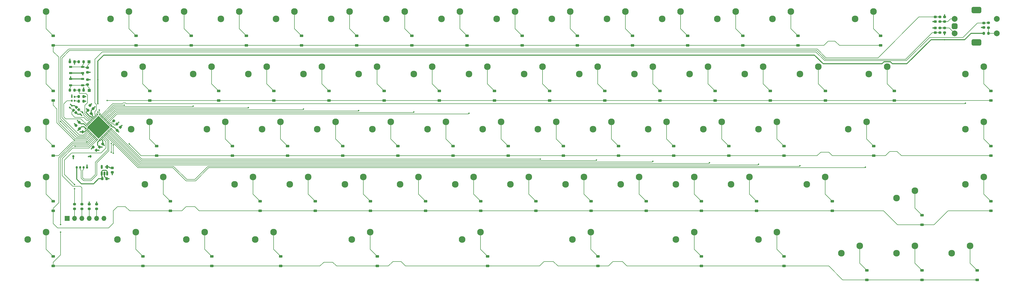
<source format=gbr>
%TF.GenerationSoftware,KiCad,Pcbnew,8.0.8*%
%TF.CreationDate,2025-02-13T20:03:08-06:00*%
%TF.ProjectId,kb,6b622e6b-6963-4616-945f-706362585858,rev?*%
%TF.SameCoordinates,Original*%
%TF.FileFunction,Copper,L2,Bot*%
%TF.FilePolarity,Positive*%
%FSLAX46Y46*%
G04 Gerber Fmt 4.6, Leading zero omitted, Abs format (unit mm)*
G04 Created by KiCad (PCBNEW 8.0.8) date 2025-02-13 20:03:08*
%MOMM*%
%LPD*%
G01*
G04 APERTURE LIST*
G04 Aperture macros list*
%AMRoundRect*
0 Rectangle with rounded corners*
0 $1 Rounding radius*
0 $2 $3 $4 $5 $6 $7 $8 $9 X,Y pos of 4 corners*
0 Add a 4 corners polygon primitive as box body*
4,1,4,$2,$3,$4,$5,$6,$7,$8,$9,$2,$3,0*
0 Add four circle primitives for the rounded corners*
1,1,$1+$1,$2,$3*
1,1,$1+$1,$4,$5*
1,1,$1+$1,$6,$7*
1,1,$1+$1,$8,$9*
0 Add four rect primitives between the rounded corners*
20,1,$1+$1,$2,$3,$4,$5,0*
20,1,$1+$1,$4,$5,$6,$7,0*
20,1,$1+$1,$6,$7,$8,$9,0*
20,1,$1+$1,$8,$9,$2,$3,0*%
%AMRotRect*
0 Rectangle, with rotation*
0 The origin of the aperture is its center*
0 $1 length*
0 $2 width*
0 $3 Rotation angle, in degrees counterclockwise*
0 Add horizontal line*
21,1,$1,$2,0,0,$3*%
G04 Aperture macros list end*
%TA.AperFunction,ComponentPad*%
%ADD10C,2.300000*%
%TD*%
%TA.AperFunction,SMDPad,CuDef*%
%ADD11RoundRect,0.225000X-0.335876X-0.017678X-0.017678X-0.335876X0.335876X0.017678X0.017678X0.335876X0*%
%TD*%
%TA.AperFunction,SMDPad,CuDef*%
%ADD12RoundRect,0.225000X0.017678X-0.335876X0.335876X-0.017678X-0.017678X0.335876X-0.335876X0.017678X0*%
%TD*%
%TA.AperFunction,SMDPad,CuDef*%
%ADD13RoundRect,0.225000X-0.017678X0.335876X-0.335876X0.017678X0.017678X-0.335876X0.335876X-0.017678X0*%
%TD*%
%TA.AperFunction,SMDPad,CuDef*%
%ADD14RoundRect,0.225000X0.335876X0.017678X0.017678X0.335876X-0.335876X-0.017678X-0.017678X-0.335876X0*%
%TD*%
%TA.AperFunction,SMDPad,CuDef*%
%ADD15RoundRect,0.225000X-0.225000X-0.250000X0.225000X-0.250000X0.225000X0.250000X-0.225000X0.250000X0*%
%TD*%
%TA.AperFunction,SMDPad,CuDef*%
%ADD16RoundRect,0.225000X0.225000X0.250000X-0.225000X0.250000X-0.225000X-0.250000X0.225000X-0.250000X0*%
%TD*%
%TA.AperFunction,SMDPad,CuDef*%
%ADD17RoundRect,0.225000X0.250000X-0.225000X0.250000X0.225000X-0.250000X0.225000X-0.250000X-0.225000X0*%
%TD*%
%TA.AperFunction,SMDPad,CuDef*%
%ADD18RoundRect,0.225000X-0.250000X0.225000X-0.250000X-0.225000X0.250000X-0.225000X0.250000X0.225000X0*%
%TD*%
%TA.AperFunction,SMDPad,CuDef*%
%ADD19RoundRect,0.200000X-0.275000X0.200000X-0.275000X-0.200000X0.275000X-0.200000X0.275000X0.200000X0*%
%TD*%
%TA.AperFunction,SMDPad,CuDef*%
%ADD20RoundRect,0.200000X0.275000X-0.200000X0.275000X0.200000X-0.275000X0.200000X-0.275000X-0.200000X0*%
%TD*%
%TA.AperFunction,SMDPad,CuDef*%
%ADD21RoundRect,0.200000X-0.200000X-0.275000X0.200000X-0.275000X0.200000X0.275000X-0.200000X0.275000X0*%
%TD*%
%TA.AperFunction,SMDPad,CuDef*%
%ADD22RoundRect,0.200000X0.200000X0.275000X-0.200000X0.275000X-0.200000X-0.275000X0.200000X-0.275000X0*%
%TD*%
%TA.AperFunction,SMDPad,CuDef*%
%ADD23RoundRect,0.150000X-0.150000X-0.275000X0.150000X-0.275000X0.150000X0.275000X-0.150000X0.275000X0*%
%TD*%
%TA.AperFunction,SMDPad,CuDef*%
%ADD24RoundRect,0.175000X-0.175000X-0.225000X0.175000X-0.225000X0.175000X0.225000X-0.175000X0.225000X0*%
%TD*%
%TA.AperFunction,SMDPad,CuDef*%
%ADD25RoundRect,0.150000X0.150000X-0.512500X0.150000X0.512500X-0.150000X0.512500X-0.150000X-0.512500X0*%
%TD*%
%TA.AperFunction,SMDPad,CuDef*%
%ADD26RoundRect,0.225000X0.375000X-0.225000X0.375000X0.225000X-0.375000X0.225000X-0.375000X-0.225000X0*%
%TD*%
%TA.AperFunction,ComponentPad*%
%ADD27R,1.700000X1.700000*%
%TD*%
%TA.AperFunction,ComponentPad*%
%ADD28O,1.700000X1.700000*%
%TD*%
%TA.AperFunction,SMDPad,CuDef*%
%ADD29R,1.000000X1.000000*%
%TD*%
%TA.AperFunction,SMDPad,CuDef*%
%ADD30RotRect,0.900000X0.800000X45.000000*%
%TD*%
%TA.AperFunction,SMDPad,CuDef*%
%ADD31RoundRect,0.140000X0.021213X-0.219203X0.219203X-0.021213X-0.021213X0.219203X-0.219203X0.021213X0*%
%TD*%
%TA.AperFunction,SMDPad,CuDef*%
%ADD32RoundRect,0.140000X-0.021213X0.219203X-0.219203X0.021213X0.021213X-0.219203X0.219203X-0.021213X0*%
%TD*%
%TA.AperFunction,SMDPad,CuDef*%
%ADD33RoundRect,0.062500X-0.309359X0.220971X0.220971X-0.309359X0.309359X-0.220971X-0.220971X0.309359X0*%
%TD*%
%TA.AperFunction,SMDPad,CuDef*%
%ADD34RoundRect,0.062500X-0.309359X-0.220971X-0.220971X-0.309359X0.309359X0.220971X0.220971X0.309359X0*%
%TD*%
%TA.AperFunction,HeatsinkPad*%
%ADD35RotRect,5.600000X5.600000X315.000000*%
%TD*%
%TA.AperFunction,ComponentPad*%
%ADD36C,2.000000*%
%TD*%
%TA.AperFunction,ComponentPad*%
%ADD37RoundRect,0.500000X-0.500000X-0.500000X0.500000X-0.500000X0.500000X0.500000X-0.500000X0.500000X0*%
%TD*%
%TA.AperFunction,ComponentPad*%
%ADD38RoundRect,0.550000X-1.150000X-0.550000X1.150000X-0.550000X1.150000X0.550000X-1.150000X0.550000X0*%
%TD*%
%TA.AperFunction,SMDPad,CuDef*%
%ADD39RoundRect,0.147500X0.147500X0.172500X-0.147500X0.172500X-0.147500X-0.172500X0.147500X-0.172500X0*%
%TD*%
%TA.AperFunction,SMDPad,CuDef*%
%ADD40R,1.050000X0.650000*%
%TD*%
%TA.AperFunction,ViaPad*%
%ADD41C,0.500000*%
%TD*%
%TA.AperFunction,Conductor*%
%ADD42C,0.127000*%
%TD*%
%TA.AperFunction,Conductor*%
%ADD43C,0.300000*%
%TD*%
%TA.AperFunction,Conductor*%
%ADD44C,0.150000*%
%TD*%
%TA.AperFunction,Conductor*%
%ADD45C,0.200000*%
%TD*%
G04 APERTURE END LIST*
D10*
%TO.P,SW65,1,1*%
%TO.N,/COL3*%
X83746250Y-82635000D03*
%TO.P,SW65,2,2*%
%TO.N,Net-(D65-A)*%
X90096250Y-80095000D03*
%TD*%
%TO.P,SW63,1,1*%
%TO.N,/COL1*%
X36121250Y-82635000D03*
%TO.P,SW63,2,2*%
%TO.N,Net-(D63-A)*%
X42471250Y-80095000D03*
%TD*%
%TO.P,SW64,1,1*%
%TO.N,/COL2*%
X59933750Y-82635000D03*
%TO.P,SW64,2,2*%
%TO.N,Net-(D64-A)*%
X66283750Y-80095000D03*
%TD*%
%TO.P,SW33,1,1*%
%TO.N,/COL1*%
X40883750Y-44535000D03*
%TO.P,SW33,2,2*%
%TO.N,Net-(D33-A)*%
X47233750Y-41995000D03*
%TD*%
%TO.P,SW59,1,1*%
%TO.N,/COL13*%
X274246250Y-63585000D03*
%TO.P,SW59,2,2*%
%TO.N,Net-(D59-A)*%
X280596250Y-61045000D03*
%TD*%
%TO.P,SW67,1,1*%
%TO.N,/COL6*%
X155183750Y-82635000D03*
%TO.P,SW67,2,2*%
%TO.N,Net-(D67-A)*%
X161533750Y-80095000D03*
%TD*%
%TO.P,SW17,1,1*%
%TO.N,/COL1*%
X38502500Y-25485000D03*
%TO.P,SW17,2,2*%
%TO.N,Net-(D17-A)*%
X44852500Y-22945000D03*
%TD*%
%TO.P,SW30,1,1*%
%TO.N,/COL14*%
X295677500Y-25485000D03*
%TO.P,SW30,2,2*%
%TO.N,Net-(D30-A)*%
X302027500Y-22945000D03*
%TD*%
%TO.P,SW69,1,1*%
%TO.N,/COL10*%
X229002500Y-82635000D03*
%TO.P,SW69,2,2*%
%TO.N,Net-(D69-A)*%
X235352500Y-80095000D03*
%TD*%
%TO.P,SW70,1,1*%
%TO.N,/COL12*%
X257577500Y-82635000D03*
%TO.P,SW70,2,2*%
%TO.N,Net-(D70-A)*%
X263927500Y-80095000D03*
%TD*%
%TO.P,SW31,1,1*%
%TO.N,/COL15*%
X329015000Y-25485000D03*
%TO.P,SW31,2,2*%
%TO.N,Net-(D31-A)*%
X335365000Y-22945000D03*
%TD*%
%TO.P,SW56,1,1*%
%TO.N,/COL9*%
X209952500Y-63585000D03*
%TO.P,SW56,2,2*%
%TO.N,Net-(D56-A)*%
X216302500Y-61045000D03*
%TD*%
%TO.P,SW23,1,1*%
%TO.N,/COL7*%
X157565000Y-25485000D03*
%TO.P,SW23,2,2*%
%TO.N,Net-(D23-A)*%
X163915000Y-22945000D03*
%TD*%
%TO.P,SW42,1,1*%
%TO.N,/COL10*%
X219477500Y-44535000D03*
%TO.P,SW42,2,2*%
%TO.N,Net-(D42-A)*%
X225827500Y-41995000D03*
%TD*%
%TO.P,SW54,1,1*%
%TO.N,/COL7*%
X171852500Y-63585000D03*
%TO.P,SW54,2,2*%
%TO.N,Net-(D54-A)*%
X178202500Y-61045000D03*
%TD*%
%TO.P,SW6,1,1*%
%TO.N,/COL5*%
X109940000Y-6435000D03*
%TO.P,SW6,2,2*%
%TO.N,Net-(D6-A)*%
X116290000Y-3895000D03*
%TD*%
%TO.P,SW61,1,1*%
%TO.N,/COL15*%
X329015000Y-63585000D03*
%TO.P,SW61,2,2*%
%TO.N,Net-(D61-A)*%
X335365000Y-61045000D03*
%TD*%
%TO.P,SW43,1,1*%
%TO.N,/COL11*%
X238527500Y-44535000D03*
%TO.P,SW43,2,2*%
%TO.N,Net-(D43-A)*%
X244877500Y-41995000D03*
%TD*%
%TO.P,SW48,1,1*%
%TO.N,/COL1*%
X45646250Y-63585000D03*
%TO.P,SW48,2,2*%
%TO.N,Net-(D48-A)*%
X51996250Y-61045000D03*
%TD*%
%TO.P,SW71,1,1*%
%TO.N,/COL13*%
X286152500Y-87397500D03*
%TO.P,SW71,2,2*%
%TO.N,Net-(D71-A)*%
X292502500Y-84857500D03*
%TD*%
%TO.P,SW35,1,1*%
%TO.N,/COL3*%
X86127500Y-44535000D03*
%TO.P,SW35,2,2*%
%TO.N,Net-(D35-A)*%
X92477500Y-41995000D03*
%TD*%
%TO.P,SW51,1,1*%
%TO.N,/COL4*%
X114702500Y-63585000D03*
%TO.P,SW51,2,2*%
%TO.N,Net-(D51-A)*%
X121052500Y-61045000D03*
%TD*%
%TO.P,SW32,1,1*%
%TO.N,/COL0*%
X5165000Y-44535000D03*
%TO.P,SW32,2,2*%
%TO.N,Net-(D32-A)*%
X11515000Y-41995000D03*
%TD*%
%TO.P,SW68,1,1*%
%TO.N,/COL8*%
X193283750Y-82635000D03*
%TO.P,SW68,2,2*%
%TO.N,Net-(D68-A)*%
X199633750Y-80095000D03*
%TD*%
%TO.P,SW73,1,1*%
%TO.N,/COL15*%
X324252500Y-87397500D03*
%TO.P,SW73,2,2*%
%TO.N,Net-(D73-A)*%
X330602500Y-84857500D03*
%TD*%
%TO.P,SW10,1,1*%
%TO.N,/COL9*%
X186140000Y-6435000D03*
%TO.P,SW10,2,2*%
%TO.N,Net-(D10-A)*%
X192490000Y-3895000D03*
%TD*%
%TO.P,SW5,1,1*%
%TO.N,/COL4*%
X90890000Y-6435000D03*
%TO.P,SW5,2,2*%
%TO.N,Net-(D5-A)*%
X97240000Y-3895000D03*
%TD*%
%TO.P,SW44,1,1*%
%TO.N,/COL12*%
X257577500Y-44535000D03*
%TO.P,SW44,2,2*%
%TO.N,Net-(D44-A)*%
X263927500Y-41995000D03*
%TD*%
%TO.P,SW25,1,1*%
%TO.N,/COL9*%
X195665000Y-25485000D03*
%TO.P,SW25,2,2*%
%TO.N,Net-(D25-A)*%
X202015000Y-22945000D03*
%TD*%
%TO.P,SW26,1,1*%
%TO.N,/COL10*%
X214715000Y-25485000D03*
%TO.P,SW26,2,2*%
%TO.N,Net-(D26-A)*%
X221065000Y-22945000D03*
%TD*%
%TO.P,SW12,1,1*%
%TO.N,/COL11*%
X224240000Y-6435000D03*
%TO.P,SW12,2,2*%
%TO.N,Net-(D12-A)*%
X230590000Y-3895000D03*
%TD*%
%TO.P,SW52,1,1*%
%TO.N,/COL5*%
X133752500Y-63585000D03*
%TO.P,SW52,2,2*%
%TO.N,Net-(D52-A)*%
X140102500Y-61045000D03*
%TD*%
%TO.P,SW38,1,1*%
%TO.N,/COL6*%
X143277500Y-44535000D03*
%TO.P,SW38,2,2*%
%TO.N,Net-(D38-A)*%
X149627500Y-41995000D03*
%TD*%
%TO.P,SW39,1,1*%
%TO.N,/COL7*%
X162327500Y-44535000D03*
%TO.P,SW39,2,2*%
%TO.N,Net-(D39-A)*%
X168677500Y-41995000D03*
%TD*%
%TO.P,SW41,1,1*%
%TO.N,/COL9*%
X200427500Y-44535000D03*
%TO.P,SW41,2,2*%
%TO.N,Net-(D41-A)*%
X206777500Y-41995000D03*
%TD*%
%TO.P,SW47,1,1*%
%TO.N,/COL0*%
X5165000Y-63585000D03*
%TO.P,SW47,2,2*%
%TO.N,Net-(D47-A)*%
X11515000Y-61045000D03*
%TD*%
%TO.P,SW1,1,1*%
%TO.N,/COL0*%
X5165000Y-6435000D03*
%TO.P,SW1,2,2*%
%TO.N,Net-(D1-A)*%
X11515000Y-3895000D03*
%TD*%
%TO.P,SW16,1,1*%
%TO.N,/COL0*%
X5165000Y-25485000D03*
%TO.P,SW16,2,2*%
%TO.N,Net-(D16-A)*%
X11515000Y-22945000D03*
%TD*%
%TO.P,SW57,1,1*%
%TO.N,/COL10*%
X229002500Y-63585000D03*
%TO.P,SW57,2,2*%
%TO.N,Net-(D57-A)*%
X235352500Y-61045000D03*
%TD*%
%TO.P,SW4,1,1*%
%TO.N,/COL3*%
X71840000Y-6435000D03*
%TO.P,SW4,2,2*%
%TO.N,Net-(D4-A)*%
X78190000Y-3895000D03*
%TD*%
%TO.P,SW20,1,1*%
%TO.N,/COL4*%
X100415000Y-25485000D03*
%TO.P,SW20,2,2*%
%TO.N,Net-(D20-A)*%
X106765000Y-22945000D03*
%TD*%
%TO.P,SW24,1,1*%
%TO.N,/COL8*%
X176615000Y-25485000D03*
%TO.P,SW24,2,2*%
%TO.N,Net-(D24-A)*%
X182965000Y-22945000D03*
%TD*%
%TO.P,SW21,1,1*%
%TO.N,/COL5*%
X119465000Y-25485000D03*
%TO.P,SW21,2,2*%
%TO.N,Net-(D21-A)*%
X125815000Y-22945000D03*
%TD*%
%TO.P,SW27,1,1*%
%TO.N,/COL11*%
X233765000Y-25485000D03*
%TO.P,SW27,2,2*%
%TO.N,Net-(D27-A)*%
X240115000Y-22945000D03*
%TD*%
%TO.P,SW29,1,1*%
%TO.N,/COL13*%
X271865000Y-25485000D03*
%TO.P,SW29,2,2*%
%TO.N,Net-(D29-A)*%
X278215000Y-22945000D03*
%TD*%
%TO.P,SW2,1,1*%
%TO.N,/COL1*%
X33740000Y-6435000D03*
%TO.P,SW2,2,2*%
%TO.N,Net-(D2-A)*%
X40090000Y-3895000D03*
%TD*%
%TO.P,SW28,1,1*%
%TO.N,/COL12*%
X252815000Y-25485000D03*
%TO.P,SW28,2,2*%
%TO.N,Net-(D28-A)*%
X259165000Y-22945000D03*
%TD*%
%TO.P,SW19,1,1*%
%TO.N,/COL3*%
X81365000Y-25485000D03*
%TO.P,SW19,2,2*%
%TO.N,Net-(D19-A)*%
X87715000Y-22945000D03*
%TD*%
%TO.P,SW8,1,1*%
%TO.N,/COL7*%
X148040000Y-6435000D03*
%TO.P,SW8,2,2*%
%TO.N,Net-(D8-A)*%
X154390000Y-3895000D03*
%TD*%
%TO.P,SW9,1,1*%
%TO.N,/COL8*%
X167090000Y-6435000D03*
%TO.P,SW9,2,2*%
%TO.N,Net-(D9-A)*%
X173440000Y-3895000D03*
%TD*%
%TO.P,SW72,1,1*%
%TO.N,/COL14*%
X305202500Y-87397500D03*
%TO.P,SW72,2,2*%
%TO.N,Net-(D72-A)*%
X311552500Y-84857500D03*
%TD*%
%TO.P,SW60,1,1*%
%TO.N,/COL14*%
X305202500Y-68335000D03*
%TO.P,SW60,2,2*%
%TO.N,Net-(D60-A)*%
X311552500Y-65795000D03*
%TD*%
%TO.P,SW7,1,1*%
%TO.N,/COL6*%
X128990000Y-6435000D03*
%TO.P,SW7,2,2*%
%TO.N,Net-(D7-A)*%
X135340000Y-3895000D03*
%TD*%
%TO.P,SW18,1,1*%
%TO.N,/COL2*%
X62315000Y-25485000D03*
%TO.P,SW18,2,2*%
%TO.N,Net-(D18-A)*%
X68665000Y-22945000D03*
%TD*%
%TO.P,SW62,1,1*%
%TO.N,/COL0*%
X5165000Y-82635000D03*
%TO.P,SW62,2,2*%
%TO.N,Net-(D62-A)*%
X11515000Y-80095000D03*
%TD*%
%TO.P,SW3,1,1*%
%TO.N,/COL2*%
X52790000Y-6435000D03*
%TO.P,SW3,2,2*%
%TO.N,Net-(D3-A)*%
X59140000Y-3895000D03*
%TD*%
%TO.P,SW34,1,1*%
%TO.N,/COL2*%
X67077500Y-44535000D03*
%TO.P,SW34,2,2*%
%TO.N,Net-(D34-A)*%
X73427500Y-41995000D03*
%TD*%
%TO.P,SW53,1,1*%
%TO.N,/COL6*%
X152802500Y-63585000D03*
%TO.P,SW53,2,2*%
%TO.N,Net-(D53-A)*%
X159152500Y-61045000D03*
%TD*%
%TO.P,SW58,1,1*%
%TO.N,/COL11*%
X248052500Y-63585000D03*
%TO.P,SW58,2,2*%
%TO.N,Net-(D58-A)*%
X254402500Y-61045000D03*
%TD*%
%TO.P,SW40,1,1*%
%TO.N,/COL8*%
X181377500Y-44535000D03*
%TO.P,SW40,2,2*%
%TO.N,Net-(D40-A)*%
X187727500Y-41995000D03*
%TD*%
%TO.P,SW50,1,1*%
%TO.N,/COL3*%
X95652500Y-63585000D03*
%TO.P,SW50,2,2*%
%TO.N,Net-(D50-A)*%
X102002500Y-61045000D03*
%TD*%
%TO.P,SW55,1,1*%
%TO.N,/COL8*%
X190902500Y-63585000D03*
%TO.P,SW55,2,2*%
%TO.N,Net-(D55-A)*%
X197252500Y-61045000D03*
%TD*%
%TO.P,SW66,1,1*%
%TO.N,/COL4*%
X117083750Y-82635000D03*
%TO.P,SW66,2,2*%
%TO.N,Net-(D66-A)*%
X123433750Y-80095000D03*
%TD*%
%TO.P,SW46,1,1*%
%TO.N,/COL15*%
X329015000Y-44535000D03*
%TO.P,SW46,2,2*%
%TO.N,Net-(D46-A)*%
X335365000Y-41995000D03*
%TD*%
%TO.P,SW49,1,1*%
%TO.N,/COL2*%
X76602500Y-63585000D03*
%TO.P,SW49,2,2*%
%TO.N,Net-(D49-A)*%
X82952500Y-61045000D03*
%TD*%
%TO.P,SW15,1,1*%
%TO.N,/COL14*%
X290915000Y-6435000D03*
%TO.P,SW15,2,2*%
%TO.N,Net-(D15-A)*%
X297265000Y-3895000D03*
%TD*%
%TO.P,SW14,1,1*%
%TO.N,/COL13*%
X262340000Y-6435000D03*
%TO.P,SW14,2,2*%
%TO.N,Net-(D14-A)*%
X268690000Y-3895000D03*
%TD*%
%TO.P,SW11,1,1*%
%TO.N,/COL10*%
X205190000Y-6435000D03*
%TO.P,SW11,2,2*%
%TO.N,Net-(D11-A)*%
X211540000Y-3895000D03*
%TD*%
%TO.P,SW45,1,1*%
%TO.N,/COL14*%
X288533750Y-44535000D03*
%TO.P,SW45,2,2*%
%TO.N,Net-(D45-A)*%
X294883750Y-41995000D03*
%TD*%
%TO.P,SW22,1,1*%
%TO.N,/COL6*%
X138515000Y-25485000D03*
%TO.P,SW22,2,2*%
%TO.N,Net-(D22-A)*%
X144865000Y-22945000D03*
%TD*%
%TO.P,SW36,1,1*%
%TO.N,/COL4*%
X105177500Y-44535000D03*
%TO.P,SW36,2,2*%
%TO.N,Net-(D36-A)*%
X111527500Y-41995000D03*
%TD*%
%TO.P,SW13,1,1*%
%TO.N,/COL12*%
X243290000Y-6435000D03*
%TO.P,SW13,2,2*%
%TO.N,Net-(D13-A)*%
X249640000Y-3895000D03*
%TD*%
%TO.P,SW37,1,1*%
%TO.N,/COL5*%
X124227500Y-44535000D03*
%TO.P,SW37,2,2*%
%TO.N,Net-(D37-A)*%
X130577500Y-41995000D03*
%TD*%
D11*
%TO.P,C4,1*%
%TO.N,+3V3*%
X27751992Y-50751992D03*
%TO.P,C4,2*%
%TO.N,GND*%
X28848008Y-51848008D03*
%TD*%
D12*
%TO.P,C3,1*%
%TO.N,+3V3*%
X29951992Y-50698008D03*
%TO.P,C3,2*%
%TO.N,GND*%
X31048008Y-49601992D03*
%TD*%
D11*
%TO.P,C5,2*%
%TO.N,GND*%
X24146016Y-45496016D03*
%TO.P,C5,1*%
%TO.N,+3V3*%
X23050000Y-44400000D03*
%TD*%
D13*
%TO.P,C1,1*%
%TO.N,+3V3*%
X22948008Y-42151992D03*
%TO.P,C1,2*%
%TO.N,GND*%
X21851992Y-43248008D03*
%TD*%
D14*
%TO.P,C7,2*%
%TO.N,GND*%
X26651992Y-36351992D03*
%TO.P,C7,1*%
%TO.N,+3V3*%
X27748008Y-37448008D03*
%TD*%
%TO.P,C6,1*%
%TO.N,+3V3*%
X27100000Y-39100000D03*
%TO.P,C6,2*%
%TO.N,GND*%
X26003984Y-38003984D03*
%TD*%
D12*
%TO.P,Ce,1*%
%TO.N,+3V3*%
X36051992Y-44948008D03*
%TO.P,Ce,2*%
%TO.N,GND*%
X37148008Y-43851992D03*
%TD*%
D11*
%TO.P,C10,2*%
%TO.N,GND*%
X36000000Y-42748008D03*
%TO.P,C10,1*%
%TO.N,Net-(U2-VCAP_1)*%
X34903984Y-41651992D03*
%TD*%
D15*
%TO.P,C13,1*%
%TO.N,/nRST*%
X22900000Y-31100000D03*
%TO.P,C13,2*%
%TO.N,GND*%
X24450000Y-31100000D03*
%TD*%
D16*
%TO.P,C17,1*%
%TO.N,/BOOT0*%
X21300000Y-21250000D03*
%TO.P,C17,2*%
%TO.N,GND*%
X19750000Y-21250000D03*
%TD*%
D17*
%TO.P,C15,2*%
%TO.N,GND*%
X318600000Y-9600001D03*
%TO.P,C15,1*%
%TO.N,/EC11B*%
X318600000Y-11150001D03*
%TD*%
D18*
%TO.P,C14,1*%
%TO.N,/EC11A*%
X318600000Y-5800000D03*
%TO.P,C14,2*%
%TO.N,GND*%
X318600000Y-7350000D03*
%TD*%
%TO.P,C16,2*%
%TO.N,GND*%
X335400000Y-9400000D03*
%TO.P,C16,1*%
%TO.N,/SWITCH*%
X335400000Y-7850000D03*
%TD*%
D19*
%TO.P,R16,2*%
%TO.N,/EC11B*%
X320200000Y-11200001D03*
%TO.P,R16,1*%
%TO.N,Net-(R12-Pad2)*%
X320200000Y-9550001D03*
%TD*%
D20*
%TO.P,R15,2*%
%TO.N,/EC11A*%
X320200000Y-5750000D03*
%TO.P,R15,1*%
%TO.N,Net-(R13-Pad2)*%
X320200000Y-7400000D03*
%TD*%
D21*
%TO.P,R14,2*%
%TO.N,Net-(R14-Pad2)*%
X337000000Y-11475000D03*
%TO.P,R14,1*%
%TO.N,+3V3*%
X335350000Y-11475000D03*
%TD*%
D19*
%TO.P,R13,2*%
%TO.N,Net-(R13-Pad2)*%
X321800000Y-7400000D03*
%TO.P,R13,1*%
%TO.N,+3V3*%
X321800000Y-5750000D03*
%TD*%
D20*
%TO.P,R12,2*%
%TO.N,Net-(R12-Pad2)*%
X321800000Y-9550000D03*
%TO.P,R12,1*%
%TO.N,+3V3*%
X321800000Y-11200000D03*
%TD*%
%TO.P,R11,2*%
%TO.N,Net-(R10-Pad1)*%
X25850000Y-23250000D03*
%TO.P,R11,1*%
%TO.N,GND*%
X25850000Y-24900000D03*
%TD*%
D22*
%TO.P,R10,2*%
%TO.N,/BOOT0*%
X22800000Y-21250000D03*
%TO.P,R10,1*%
%TO.N,Net-(R10-Pad1)*%
X24450000Y-21250000D03*
%TD*%
D19*
%TO.P,R9,2*%
%TO.N,Net-(R4-Pad1)*%
X25850000Y-29100000D03*
%TO.P,R9,1*%
%TO.N,+3V3*%
X25850000Y-27450000D03*
%TD*%
%TO.P,R8,1*%
%TO.N,/USART2_RX_DEBUG*%
X28935000Y-70450000D03*
%TO.P,R8,2*%
%TO.N,Net-(J1-Pin_5)*%
X28935000Y-72100000D03*
%TD*%
%TO.P,R7,1*%
%TO.N,/USART2_TX_DEBUG*%
X26395000Y-70450000D03*
%TO.P,R7,2*%
%TO.N,Net-(J1-Pin_4)*%
X26395000Y-72100000D03*
%TD*%
%TO.P,R6,1*%
%TO.N,/SWCLK*%
X23855000Y-70450000D03*
%TO.P,R6,2*%
%TO.N,Net-(J1-Pin_3)*%
X23855000Y-72100000D03*
%TD*%
%TO.P,R5,1*%
%TO.N,/SWDIO*%
X21315000Y-70450000D03*
%TO.P,R5,2*%
%TO.N,Net-(J1-Pin_2)*%
X21315000Y-72100000D03*
%TD*%
D21*
%TO.P,R4,2*%
%TO.N,/nRST*%
X21350000Y-31100000D03*
%TO.P,R4,1*%
%TO.N,Net-(R4-Pad1)*%
X19700000Y-31100000D03*
%TD*%
D19*
%TO.P,R3,2*%
%TO.N,Net-(R14-Pad2)*%
X337000000Y-9450000D03*
%TO.P,R3,1*%
%TO.N,/SWITCH*%
X337000000Y-7800000D03*
%TD*%
D21*
%TO.P,R2,2*%
%TO.N,GND*%
X24450000Y-34850000D03*
%TO.P,R2,1*%
%TO.N,Net-(D75-K)*%
X22800000Y-34850000D03*
%TD*%
%TO.P,R1,2*%
%TO.N,GND*%
X24450000Y-33244010D03*
%TO.P,R1,1*%
%TO.N,Net-(D74-K)*%
X22800000Y-33244010D03*
%TD*%
D23*
%TO.P,J2,1,Pin_1*%
%TO.N,+5V*%
X22075000Y-57750000D03*
%TO.P,J2,2,Pin_2*%
%TO.N,/USB_DN*%
X23275000Y-57750000D03*
%TO.P,J2,3,Pin_3*%
%TO.N,/USB_DP*%
X24475000Y-57750000D03*
%TO.P,J2,4,Pin_4*%
%TO.N,GND*%
X25675000Y-57750000D03*
D24*
%TO.P,J2,MP,MountPin*%
X20925000Y-53975000D03*
X26825000Y-53975000D03*
%TD*%
D25*
%TO.P,U1,1,IN*%
%TO.N,+5V*%
X32625000Y-59837500D03*
%TO.P,U1,2,GND*%
%TO.N,GND*%
X31675000Y-59837500D03*
%TO.P,U1,3,EN*%
%TO.N,+5V*%
X30725000Y-59837500D03*
%TO.P,U1,4,NC*%
%TO.N,unconnected-(U1-NC-Pad4)*%
X30725000Y-57562500D03*
%TO.P,U1,5,OUT*%
%TO.N,+3V3*%
X32625000Y-57562500D03*
%TD*%
D26*
%TO.P,D28,1,K*%
%TO.N,/ROW1*%
X261625000Y-34675000D03*
%TO.P,D28,2,A*%
%TO.N,Net-(D28-A)*%
X261625000Y-31375000D03*
%TD*%
D27*
%TO.P,J1,1,Pin_1*%
%TO.N,+3V3*%
X18775000Y-75325000D03*
D28*
%TO.P,J1,2,Pin_2*%
%TO.N,Net-(J1-Pin_2)*%
X21315000Y-75325000D03*
%TO.P,J1,3,Pin_3*%
%TO.N,Net-(J1-Pin_3)*%
X23855000Y-75325000D03*
%TO.P,J1,4,Pin_4*%
%TO.N,Net-(J1-Pin_4)*%
X26395000Y-75325000D03*
%TO.P,J1,5,Pin_5*%
%TO.N,Net-(J1-Pin_5)*%
X28935000Y-75325000D03*
%TO.P,J1,6,Pin_6*%
%TO.N,GND*%
X31475000Y-75325000D03*
%TD*%
D26*
%TO.P,D1,1,K*%
%TO.N,/ROW0*%
X13975000Y-15625000D03*
%TO.P,D1,2,A*%
%TO.N,Net-(D1-A)*%
X13975000Y-12325000D03*
%TD*%
%TO.P,D68,1,K*%
%TO.N,/ROW4*%
X202093750Y-91825000D03*
%TO.P,D68,2,A*%
%TO.N,Net-(D68-A)*%
X202093750Y-88525000D03*
%TD*%
D29*
%TO.P,TP1,1,1*%
%TO.N,Net-(R4-Pad1)*%
X26450000Y-31150000D03*
%TD*%
D26*
%TO.P,D7,1,K*%
%TO.N,/ROW0*%
X137800000Y-15625000D03*
%TO.P,D7,2,A*%
%TO.N,Net-(D7-A)*%
X137800000Y-12325000D03*
%TD*%
%TO.P,D55,1,K*%
%TO.N,/ROW3*%
X199712500Y-72775000D03*
%TO.P,D55,2,A*%
%TO.N,Net-(D55-A)*%
X199712500Y-69475000D03*
%TD*%
%TO.P,D49,1,K*%
%TO.N,/ROW3*%
X85412500Y-72775000D03*
%TO.P,D49,2,A*%
%TO.N,Net-(D49-A)*%
X85412500Y-69475000D03*
%TD*%
%TO.P,D56,1,K*%
%TO.N,/ROW3*%
X218762500Y-72775000D03*
%TO.P,D56,2,A*%
%TO.N,Net-(D56-A)*%
X218762500Y-69475000D03*
%TD*%
%TO.P,D43,1,K*%
%TO.N,/ROW2*%
X247337500Y-53725000D03*
%TO.P,D43,2,A*%
%TO.N,Net-(D43-A)*%
X247337500Y-50425000D03*
%TD*%
%TO.P,D73,1,K*%
%TO.N,/ROW4*%
X333062500Y-96587500D03*
%TO.P,D73,2,A*%
%TO.N,Net-(D73-A)*%
X333062500Y-93287500D03*
%TD*%
%TO.P,D5,1,K*%
%TO.N,/ROW0*%
X99700000Y-15625000D03*
%TO.P,D5,2,A*%
%TO.N,Net-(D5-A)*%
X99700000Y-12325000D03*
%TD*%
%TO.P,D24,1,K*%
%TO.N,/ROW1*%
X185425000Y-34675000D03*
%TO.P,D24,2,A*%
%TO.N,Net-(D24-A)*%
X185425000Y-31375000D03*
%TD*%
%TO.P,D34,1,K*%
%TO.N,/ROW2*%
X75887500Y-53725000D03*
%TO.P,D34,2,A*%
%TO.N,Net-(D34-A)*%
X75887500Y-50425000D03*
%TD*%
%TO.P,D37,1,K*%
%TO.N,/ROW2*%
X133037500Y-53725000D03*
%TO.P,D37,2,A*%
%TO.N,Net-(D37-A)*%
X133037500Y-50425000D03*
%TD*%
%TO.P,D30,1,K*%
%TO.N,/ROW1*%
X304487500Y-34675000D03*
%TO.P,D30,2,A*%
%TO.N,Net-(D30-A)*%
X304487500Y-31375000D03*
%TD*%
%TO.P,D39,1,K*%
%TO.N,/ROW2*%
X171137500Y-53725000D03*
%TO.P,D39,2,A*%
%TO.N,Net-(D39-A)*%
X171137500Y-50425000D03*
%TD*%
%TO.P,D33,1,K*%
%TO.N,/ROW2*%
X49693750Y-53725000D03*
%TO.P,D33,2,A*%
%TO.N,Net-(D33-A)*%
X49693750Y-50425000D03*
%TD*%
%TO.P,D22,1,K*%
%TO.N,/ROW1*%
X147325000Y-34675000D03*
%TO.P,D22,2,A*%
%TO.N,Net-(D22-A)*%
X147325000Y-31375000D03*
%TD*%
%TO.P,D58,1,K*%
%TO.N,/ROW3*%
X256862500Y-72775000D03*
%TO.P,D58,2,A*%
%TO.N,Net-(D58-A)*%
X256862500Y-69475000D03*
%TD*%
%TO.P,D38,1,K*%
%TO.N,/ROW2*%
X152087500Y-53725000D03*
%TO.P,D38,2,A*%
%TO.N,Net-(D38-A)*%
X152087500Y-50425000D03*
%TD*%
D29*
%TO.P,TP2,1,1*%
%TO.N,Net-(R10-Pad1)*%
X26350000Y-21300000D03*
%TD*%
D26*
%TO.P,D32,1,K*%
%TO.N,/ROW2*%
X13975000Y-53725000D03*
%TO.P,D32,2,A*%
%TO.N,Net-(D32-A)*%
X13975000Y-50425000D03*
%TD*%
%TO.P,D18,1,K*%
%TO.N,/ROW1*%
X71125000Y-34675000D03*
%TO.P,D18,2,A*%
%TO.N,Net-(D18-A)*%
X71125000Y-31375000D03*
%TD*%
%TO.P,D10,1,K*%
%TO.N,/ROW0*%
X194950000Y-15625000D03*
%TO.P,D10,2,A*%
%TO.N,Net-(D10-A)*%
X194950000Y-12325000D03*
%TD*%
%TO.P,D40,1,K*%
%TO.N,/ROW2*%
X190187500Y-53725000D03*
%TO.P,D40,2,A*%
%TO.N,Net-(D40-A)*%
X190187500Y-50425000D03*
%TD*%
%TO.P,D65,1,K*%
%TO.N,/ROW4*%
X92556250Y-91825000D03*
%TO.P,D65,2,A*%
%TO.N,Net-(D65-A)*%
X92556250Y-88525000D03*
%TD*%
%TO.P,D69,1,K*%
%TO.N,/ROW4*%
X237812500Y-91825000D03*
%TO.P,D69,2,A*%
%TO.N,Net-(D69-A)*%
X237812500Y-88525000D03*
%TD*%
%TO.P,D14,1,K*%
%TO.N,/ROW0*%
X271150000Y-15625000D03*
%TO.P,D14,2,A*%
%TO.N,Net-(D14-A)*%
X271150000Y-12325000D03*
%TD*%
%TO.P,D46,1,K*%
%TO.N,/ROW2*%
X337825000Y-53725000D03*
%TO.P,D46,2,A*%
%TO.N,Net-(D46-A)*%
X337825000Y-50425000D03*
%TD*%
%TO.P,D70,1,K*%
%TO.N,/ROW4*%
X266387500Y-91825000D03*
%TO.P,D70,2,A*%
%TO.N,Net-(D70-A)*%
X266387500Y-88525000D03*
%TD*%
%TO.P,D64,1,K*%
%TO.N,/ROW4*%
X68743750Y-91825000D03*
%TO.P,D64,2,A*%
%TO.N,Net-(D64-A)*%
X68743750Y-88525000D03*
%TD*%
%TO.P,D41,1,K*%
%TO.N,/ROW2*%
X209237500Y-53725000D03*
%TO.P,D41,2,A*%
%TO.N,Net-(D41-A)*%
X209237500Y-50425000D03*
%TD*%
%TO.P,D26,1,K*%
%TO.N,/ROW1*%
X223525000Y-34675000D03*
%TO.P,D26,2,A*%
%TO.N,Net-(D26-A)*%
X223525000Y-31375000D03*
%TD*%
%TO.P,D71,1,K*%
%TO.N,/ROW4*%
X294962500Y-96587500D03*
%TO.P,D71,2,A*%
%TO.N,Net-(D71-A)*%
X294962500Y-93287500D03*
%TD*%
%TO.P,D3,1,K*%
%TO.N,/ROW0*%
X61600000Y-15625000D03*
%TO.P,D3,2,A*%
%TO.N,Net-(D3-A)*%
X61600000Y-12325000D03*
%TD*%
%TO.P,D31,1,K*%
%TO.N,/ROW1*%
X337825000Y-34675000D03*
%TO.P,D31,2,A*%
%TO.N,Net-(D31-A)*%
X337825000Y-31375000D03*
%TD*%
%TO.P,D67,1,K*%
%TO.N,/ROW4*%
X163993750Y-91825000D03*
%TO.P,D67,2,A*%
%TO.N,Net-(D67-A)*%
X163993750Y-88525000D03*
%TD*%
%TO.P,D23,1,K*%
%TO.N,/ROW1*%
X166375000Y-34675000D03*
%TO.P,D23,2,A*%
%TO.N,Net-(D23-A)*%
X166375000Y-31375000D03*
%TD*%
%TO.P,D9,1,K*%
%TO.N,/ROW0*%
X175900000Y-15625000D03*
%TO.P,D9,2,A*%
%TO.N,Net-(D9-A)*%
X175900000Y-12325000D03*
%TD*%
%TO.P,D35,1,K*%
%TO.N,/ROW2*%
X94937500Y-53725000D03*
%TO.P,D35,2,A*%
%TO.N,Net-(D35-A)*%
X94937500Y-50425000D03*
%TD*%
%TO.P,D60,1,K*%
%TO.N,/ROW3*%
X314025000Y-77525000D03*
%TO.P,D60,2,A*%
%TO.N,Net-(D60-A)*%
X314025000Y-74225000D03*
%TD*%
D30*
%TO.P,Y1,4,4*%
%TO.N,GND*%
X21775360Y-38772090D03*
%TO.P,Y1,3,3*%
%TO.N,/XOUT*%
X22765309Y-37782141D03*
%TO.P,Y1,2,2*%
%TO.N,GND*%
X21987492Y-37004324D03*
%TO.P,Y1,1,1*%
%TO.N,/XIN*%
X20997543Y-37994273D03*
%TD*%
D26*
%TO.P,D53,1,K*%
%TO.N,/ROW3*%
X161612500Y-72775000D03*
%TO.P,D53,2,A*%
%TO.N,Net-(D53-A)*%
X161612500Y-69475000D03*
%TD*%
%TO.P,D21,1,K*%
%TO.N,/ROW1*%
X128275000Y-34675000D03*
%TO.P,D21,2,A*%
%TO.N,Net-(D21-A)*%
X128275000Y-31375000D03*
%TD*%
%TO.P,D15,1,K*%
%TO.N,/ROW0*%
X299725000Y-15625000D03*
%TO.P,D15,2,A*%
%TO.N,Net-(D15-A)*%
X299725000Y-12325000D03*
%TD*%
%TO.P,D45,1,K*%
%TO.N,/ROW2*%
X297343750Y-53725000D03*
%TO.P,D45,2,A*%
%TO.N,Net-(D45-A)*%
X297343750Y-50425000D03*
%TD*%
%TO.P,D19,1,K*%
%TO.N,/ROW1*%
X90175000Y-34675000D03*
%TO.P,D19,2,A*%
%TO.N,Net-(D19-A)*%
X90175000Y-31375000D03*
%TD*%
%TO.P,D54,1,K*%
%TO.N,/ROW3*%
X180662500Y-72775000D03*
%TO.P,D54,2,A*%
%TO.N,Net-(D54-A)*%
X180662500Y-69475000D03*
%TD*%
%TO.P,D62,1,K*%
%TO.N,/ROW4*%
X13975000Y-91825000D03*
%TO.P,D62,2,A*%
%TO.N,Net-(D62-A)*%
X13975000Y-88525000D03*
%TD*%
%TO.P,D29,1,K*%
%TO.N,/ROW1*%
X280675000Y-34675000D03*
%TO.P,D29,2,A*%
%TO.N,Net-(D29-A)*%
X280675000Y-31375000D03*
%TD*%
%TO.P,D48,1,K*%
%TO.N,/ROW3*%
X54456250Y-72775000D03*
%TO.P,D48,2,A*%
%TO.N,Net-(D48-A)*%
X54456250Y-69475000D03*
%TD*%
%TO.P,D50,1,K*%
%TO.N,/ROW3*%
X104462500Y-72775000D03*
%TO.P,D50,2,A*%
%TO.N,Net-(D50-A)*%
X104462500Y-69475000D03*
%TD*%
%TO.P,D59,1,K*%
%TO.N,/ROW3*%
X283056250Y-72775000D03*
%TO.P,D59,2,A*%
%TO.N,Net-(D59-A)*%
X283056250Y-69475000D03*
%TD*%
%TO.P,D4,1,K*%
%TO.N,/ROW0*%
X80650000Y-15625000D03*
%TO.P,D4,2,A*%
%TO.N,Net-(D4-A)*%
X80650000Y-12325000D03*
%TD*%
%TO.P,D8,1,K*%
%TO.N,/ROW0*%
X156850000Y-15625000D03*
%TO.P,D8,2,A*%
%TO.N,Net-(D8-A)*%
X156850000Y-12325000D03*
%TD*%
%TO.P,D44,1,K*%
%TO.N,/ROW2*%
X266387500Y-53725000D03*
%TO.P,D44,2,A*%
%TO.N,Net-(D44-A)*%
X266387500Y-50425000D03*
%TD*%
%TO.P,D52,1,K*%
%TO.N,/ROW3*%
X142562500Y-72775000D03*
%TO.P,D52,2,A*%
%TO.N,Net-(D52-A)*%
X142562500Y-69475000D03*
%TD*%
%TO.P,D12,1,K*%
%TO.N,/ROW0*%
X233050000Y-15625000D03*
%TO.P,D12,2,A*%
%TO.N,Net-(D12-A)*%
X233050000Y-12325000D03*
%TD*%
D31*
%TO.P,C11,1*%
%TO.N,/XIN*%
X19696178Y-37053822D03*
%TO.P,C11,2*%
%TO.N,GND*%
X20375000Y-36375000D03*
%TD*%
D26*
%TO.P,D6,1,K*%
%TO.N,/ROW0*%
X118750000Y-15625000D03*
%TO.P,D6,2,A*%
%TO.N,Net-(D6-A)*%
X118750000Y-12325000D03*
%TD*%
D32*
%TO.P,C12,1*%
%TO.N,/XOUT*%
X24035589Y-38714411D03*
%TO.P,C12,2*%
%TO.N,GND*%
X23356767Y-39393233D03*
%TD*%
D26*
%TO.P,D66,1,K*%
%TO.N,/ROW4*%
X125893750Y-91825000D03*
%TO.P,D66,2,A*%
%TO.N,Net-(D66-A)*%
X125893750Y-88525000D03*
%TD*%
%TO.P,D13,1,K*%
%TO.N,/ROW0*%
X252100000Y-15625000D03*
%TO.P,D13,2,A*%
%TO.N,Net-(D13-A)*%
X252100000Y-12325000D03*
%TD*%
%TO.P,D42,1,K*%
%TO.N,/ROW2*%
X228287500Y-53725000D03*
%TO.P,D42,2,A*%
%TO.N,Net-(D42-A)*%
X228287500Y-50425000D03*
%TD*%
%TO.P,D27,1,K*%
%TO.N,/ROW1*%
X242575000Y-34675000D03*
%TO.P,D27,2,A*%
%TO.N,Net-(D27-A)*%
X242575000Y-31375000D03*
%TD*%
%TO.P,D61,1,K*%
%TO.N,/ROW3*%
X337825000Y-72775000D03*
%TO.P,D61,2,A*%
%TO.N,Net-(D61-A)*%
X337825000Y-69475000D03*
%TD*%
%TO.P,D63,1,K*%
%TO.N,/ROW4*%
X44931250Y-91825000D03*
%TO.P,D63,2,A*%
%TO.N,Net-(D63-A)*%
X44931250Y-88525000D03*
%TD*%
%TO.P,D57,1,K*%
%TO.N,/ROW3*%
X237812500Y-72775000D03*
%TO.P,D57,2,A*%
%TO.N,Net-(D57-A)*%
X237812500Y-69475000D03*
%TD*%
%TO.P,D72,1,K*%
%TO.N,/ROW4*%
X314012500Y-96587500D03*
%TO.P,D72,2,A*%
%TO.N,Net-(D72-A)*%
X314012500Y-93287500D03*
%TD*%
%TO.P,D17,1,K*%
%TO.N,/ROW1*%
X47312500Y-34675000D03*
%TO.P,D17,2,A*%
%TO.N,Net-(D17-A)*%
X47312500Y-31375000D03*
%TD*%
%TO.P,D51,1,K*%
%TO.N,/ROW3*%
X123512500Y-72775000D03*
%TO.P,D51,2,A*%
%TO.N,Net-(D51-A)*%
X123512500Y-69475000D03*
%TD*%
%TO.P,D47,1,K*%
%TO.N,/ROW3*%
X13975000Y-72775000D03*
%TO.P,D47,2,A*%
%TO.N,Net-(D47-A)*%
X13975000Y-69475000D03*
%TD*%
%TO.P,D11,1,K*%
%TO.N,/ROW0*%
X214000000Y-15625000D03*
%TO.P,D11,2,A*%
%TO.N,Net-(D11-A)*%
X214000000Y-12325000D03*
%TD*%
%TO.P,D25,1,K*%
%TO.N,/ROW1*%
X204475000Y-34675000D03*
%TO.P,D25,2,A*%
%TO.N,Net-(D25-A)*%
X204475000Y-31375000D03*
%TD*%
%TO.P,D2,1,K*%
%TO.N,/ROW0*%
X42550000Y-15625000D03*
%TO.P,D2,2,A*%
%TO.N,Net-(D2-A)*%
X42550000Y-12325000D03*
%TD*%
D33*
%TO.P,U2,1,VBAT*%
%TO.N,+3V3*%
X25259828Y-43388864D03*
%TO.P,U2,2,PC13*%
%TO.N,/LED*%
X25613381Y-43035311D03*
%TO.P,U2,3,PC14*%
%TO.N,unconnected-(U2-PC14-Pad3)*%
X25966935Y-42681757D03*
%TO.P,U2,4,PC15*%
%TO.N,unconnected-(U2-PC15-Pad4)*%
X26320488Y-42328204D03*
%TO.P,U2,5,PH0*%
%TO.N,/XIN*%
X26674041Y-41974651D03*
%TO.P,U2,6,PH1*%
%TO.N,/XOUT*%
X27027595Y-41621097D03*
%TO.P,U2,7,NRST*%
%TO.N,/nRST*%
X27381148Y-41267544D03*
%TO.P,U2,8,VSSA*%
%TO.N,GND*%
X27734702Y-40913990D03*
%TO.P,U2,9,VDDA*%
%TO.N,+3V3*%
X28088255Y-40560437D03*
%TO.P,U2,10,PA0*%
%TO.N,unconnected-(U2-PA0-Pad10)*%
X28441808Y-40206884D03*
%TO.P,U2,11,PA1*%
%TO.N,/SWITCH*%
X28795362Y-39853330D03*
%TO.P,U2,12,PA2*%
%TO.N,/USART2_TX_DEBUG*%
X29148915Y-39499777D03*
D34*
%TO.P,U2,13,PA3*%
%TO.N,/USART2_RX_DEBUG*%
X30121187Y-39499777D03*
%TO.P,U2,14,PA4*%
%TO.N,/COL15*%
X30474740Y-39853330D03*
%TO.P,U2,15,PA5*%
%TO.N,/COL1*%
X30828294Y-40206884D03*
%TO.P,U2,16,PA6*%
%TO.N,/COL2*%
X31181847Y-40560437D03*
%TO.P,U2,17,PA7*%
%TO.N,/COL3*%
X31535400Y-40913990D03*
%TO.P,U2,18,PB0*%
%TO.N,/COL4*%
X31888954Y-41267544D03*
%TO.P,U2,19,PB1*%
%TO.N,/COL5*%
X32242507Y-41621097D03*
%TO.P,U2,20,PB2*%
%TO.N,/COL6*%
X32596061Y-41974651D03*
%TO.P,U2,21,PB10*%
%TO.N,/COL7*%
X32949614Y-42328204D03*
%TO.P,U2,22,VCAP_1*%
%TO.N,Net-(U2-VCAP_1)*%
X33303167Y-42681757D03*
%TO.P,U2,23,VSS*%
%TO.N,GND*%
X33656721Y-43035311D03*
%TO.P,U2,24,VDD*%
%TO.N,+3V3*%
X34010274Y-43388864D03*
D33*
%TO.P,U2,25,PB12*%
%TO.N,/COL8*%
X34010274Y-44361136D03*
%TO.P,U2,26,PB13*%
%TO.N,/COL9*%
X33656721Y-44714689D03*
%TO.P,U2,27,PB14*%
%TO.N,/COL10*%
X33303167Y-45068243D03*
%TO.P,U2,28,PB15*%
%TO.N,/COL11*%
X32949614Y-45421796D03*
%TO.P,U2,29,PA8*%
%TO.N,/COL12*%
X32596061Y-45775349D03*
%TO.P,U2,30,PA9*%
%TO.N,/COL13*%
X32242507Y-46128903D03*
%TO.P,U2,31,PA10*%
%TO.N,/COL14*%
X31888954Y-46482456D03*
%TO.P,U2,32,PA11*%
%TO.N,/USB_DN*%
X31535400Y-46836010D03*
%TO.P,U2,33,PA12*%
%TO.N,/USB_DP*%
X31181847Y-47189563D03*
%TO.P,U2,34,PA13*%
%TO.N,/SWDIO*%
X30828294Y-47543116D03*
%TO.P,U2,35,VSS*%
%TO.N,GND*%
X30474740Y-47896670D03*
%TO.P,U2,36,VDD*%
%TO.N,+3V3*%
X30121187Y-48250223D03*
D34*
%TO.P,U2,37,PA14*%
%TO.N,/SWCLK*%
X29148915Y-48250223D03*
%TO.P,U2,38,PA15*%
%TO.N,/COL0*%
X28795362Y-47896670D03*
%TO.P,U2,39,PB3*%
%TO.N,/ROW4*%
X28441808Y-47543116D03*
%TO.P,U2,40,PB4*%
%TO.N,/ROW3*%
X28088255Y-47189563D03*
%TO.P,U2,41,PB5*%
%TO.N,/ROW2*%
X27734702Y-46836010D03*
%TO.P,U2,42,PB6*%
%TO.N,/ROW1*%
X27381148Y-46482456D03*
%TO.P,U2,43,PB7*%
%TO.N,/ROW0*%
X27027595Y-46128903D03*
%TO.P,U2,44,BOOT0*%
%TO.N,/BOOT0*%
X26674041Y-45775349D03*
%TO.P,U2,45,PB8*%
%TO.N,/EC11A*%
X26320488Y-45421796D03*
%TO.P,U2,46,PB9*%
%TO.N,/EC11B*%
X25966935Y-45068243D03*
%TO.P,U2,47,VSS*%
%TO.N,GND*%
X25613381Y-44714689D03*
%TO.P,U2,48,VDD*%
%TO.N,+3V3*%
X25259828Y-44361136D03*
D35*
%TO.P,U2,49,VSS*%
%TO.N,GND*%
X29635051Y-43875000D03*
%TD*%
D26*
%TO.P,D20,1,K*%
%TO.N,/ROW1*%
X109225000Y-34675000D03*
%TO.P,D20,2,A*%
%TO.N,Net-(D20-A)*%
X109225000Y-31375000D03*
%TD*%
%TO.P,D16,1,K*%
%TO.N,/ROW1*%
X13975000Y-34675000D03*
%TO.P,D16,2,A*%
%TO.N,Net-(D16-A)*%
X13975000Y-31375000D03*
%TD*%
%TO.P,D36,1,K*%
%TO.N,/ROW2*%
X113987500Y-53725000D03*
%TO.P,D36,2,A*%
%TO.N,Net-(D36-A)*%
X113987500Y-50425000D03*
%TD*%
D36*
%TO.P,SW76,A,A*%
%TO.N,Net-(R13-Pad2)*%
X325325000Y-6475000D03*
%TO.P,SW76,B,B*%
%TO.N,Net-(R12-Pad2)*%
X325325000Y-11475000D03*
D37*
%TO.P,SW76,C,C*%
%TO.N,GND*%
X325325000Y-8975000D03*
D38*
%TO.P,SW76,MP,MP*%
X332825000Y-3375000D03*
X332825000Y-14575000D03*
D36*
%TO.P,SW76,S1,S1*%
%TO.N,Net-(R14-Pad2)*%
X339825000Y-11475000D03*
%TO.P,SW76,S2,S2*%
%TO.N,GND*%
X339825000Y-6475000D03*
%TD*%
D39*
%TO.P,D74,1,K*%
%TO.N,Net-(D74-K)*%
X21365000Y-33385000D03*
%TO.P,D74,2,A*%
%TO.N,+3V3*%
X20395000Y-33385000D03*
%TD*%
D40*
%TO.P,SW75,2,2*%
%TO.N,Net-(R4-Pad1)*%
X20000000Y-29350000D03*
X24150000Y-29350000D03*
%TO.P,SW75,1,1*%
%TO.N,GND*%
X20000000Y-27200000D03*
X24150000Y-27200000D03*
%TD*%
%TO.P,SW74,2,2*%
%TO.N,+3V3*%
X20000000Y-25150000D03*
X24150000Y-25150000D03*
%TO.P,SW74,1,1*%
%TO.N,Net-(R10-Pad1)*%
X20000000Y-23000000D03*
X24150000Y-23000000D03*
%TD*%
D39*
%TO.P,D75,2,A*%
%TO.N,/LED*%
X20405000Y-34705990D03*
%TO.P,D75,1,K*%
%TO.N,Net-(D75-K)*%
X21375000Y-34705990D03*
%TD*%
D15*
%TO.P,C9,1*%
%TO.N,+5V*%
X30912500Y-61662500D03*
%TO.P,C9,2*%
%TO.N,GND*%
X32462500Y-61662500D03*
%TD*%
D18*
%TO.P,C8,2*%
%TO.N,GND*%
X34375000Y-59475000D03*
%TO.P,C8,1*%
%TO.N,+3V3*%
X34375000Y-57925000D03*
%TD*%
D41*
%TO.N,GND*%
X27200000Y-35800000D03*
%TO.N,+3V3*%
X27200000Y-51300000D03*
%TO.N,GND*%
X29700000Y-51850000D03*
%TO.N,+3V3*%
X30800000Y-50700000D03*
%TO.N,GND*%
X31600000Y-50150000D03*
X23250000Y-45500000D03*
%TO.N,+3V3*%
X22500000Y-44950000D03*
X22350000Y-41600000D03*
%TO.N,GND*%
X21300000Y-42700000D03*
%TO.N,+3V3*%
X28323008Y-36873008D03*
%TO.N,GND*%
X25500000Y-37500000D03*
%TO.N,+3V3*%
X36600000Y-45500000D03*
%TO.N,GND*%
X36600000Y-42200000D03*
X37700000Y-43300000D03*
X25150000Y-34850000D03*
X25150000Y-33250000D03*
X24450000Y-30300000D03*
X20000000Y-26550000D03*
%TO.N,/BOOT0*%
X21300000Y-22050000D03*
%TO.N,GND*%
X19750000Y-20450000D03*
X26650000Y-24900000D03*
X317800000Y-9600000D03*
X317800000Y-7350000D03*
X334600000Y-9400000D03*
%TO.N,/USART2_RX_DEBUG*%
X34679647Y-52852711D03*
%TO.N,/USART2_TX_DEBUG*%
X34075000Y-52500000D03*
%TO.N,/ROW2*%
X40200000Y-49650000D03*
X25592915Y-48958703D03*
%TO.N,GND*%
X23750000Y-39800000D03*
X19950000Y-35950000D03*
X33225000Y-61675000D03*
X34375000Y-60225000D03*
X25675000Y-57025000D03*
X20925000Y-54675000D03*
X26150000Y-54000000D03*
%TO.N,/ROW1*%
X21275000Y-48375000D03*
%TO.N,/ROW4*%
X16475000Y-77475000D03*
X16475000Y-80075000D03*
%TO.N,/BOOT0*%
X16475000Y-41875000D03*
%TO.N,/SWDIO*%
X21315000Y-65115000D03*
X21325000Y-63675000D03*
%TO.N,/COL0*%
X21475000Y-50488500D03*
%TO.N,/COL2*%
X62315000Y-36575000D03*
%TO.N,/COL3*%
X81365000Y-37075000D03*
%TO.N,/COL4*%
X100415000Y-37575000D03*
%TO.N,/COL5*%
X119465000Y-38075000D03*
%TO.N,/COL6*%
X138515000Y-38575000D03*
%TO.N,/COL7*%
X157565000Y-39075000D03*
%TO.N,/COL8*%
X182183750Y-54866250D03*
%TO.N,/COL9*%
X201558750Y-55191250D03*
%TO.N,/COL10*%
X221083750Y-55666250D03*
%TO.N,/COL11*%
X240608750Y-56141250D03*
%TO.N,/COL12*%
X257577500Y-56675000D03*
%TO.N,/COL1*%
X38502500Y-36261500D03*
%TO.N,/COL13*%
X271865000Y-57175000D03*
%TO.N,/COL14*%
X294508750Y-57641250D03*
%TO.N,/COL15*%
X329015000Y-35575000D03*
%TO.N,/ROW1*%
X32575000Y-34675000D03*
%TO.N,/USART2_TX_DEBUG*%
X29361500Y-38575000D03*
%TO.N,/USART2_RX_DEBUG*%
X28950000Y-69750000D03*
X29875000Y-37975000D03*
%TO.N,/USART2_TX_DEBUG*%
X26395000Y-69750000D03*
X34075000Y-49450000D03*
%TO.N,/USART2_RX_DEBUG*%
X34675000Y-50000000D03*
%TO.N,+3V3*%
X321800000Y-5050000D03*
X321775000Y-13650000D03*
X24175000Y-25775000D03*
X20400000Y-32750000D03*
X29375000Y-35725000D03*
X26650000Y-27450000D03*
X32050000Y-57550000D03*
X321800000Y-11900000D03*
X29375000Y-27450000D03*
%TD*%
D42*
%TO.N,/SWITCH*%
X328125000Y-12875000D02*
X333150000Y-7850000D01*
X28900000Y-36000000D02*
X28375000Y-35475000D01*
X316625000Y-12875000D02*
X328125000Y-12875000D01*
X28900000Y-37900000D02*
X28900000Y-36000000D01*
X28795362Y-39853330D02*
X28375000Y-39432968D01*
X280375000Y-20875000D02*
X308625000Y-20875000D01*
X277375000Y-17875000D02*
X280375000Y-20875000D01*
X30875000Y-17875000D02*
X277375000Y-17875000D01*
X28375000Y-38425000D02*
X28900000Y-37900000D01*
X28375000Y-20375000D02*
X30875000Y-17875000D01*
X308625000Y-20875000D02*
X316625000Y-12875000D01*
X28375000Y-39432968D02*
X28375000Y-38425000D01*
X28375000Y-35475000D02*
X28375000Y-20375000D01*
X333150000Y-7850000D02*
X335400000Y-7850000D01*
D43*
%TO.N,+3V3*%
X28323008Y-36873008D02*
X27748008Y-37448008D01*
%TO.N,GND*%
X26651992Y-36348008D02*
X27200000Y-35800000D01*
X26651992Y-36351992D02*
X26651992Y-36348008D01*
%TO.N,+3V3*%
X27748008Y-37448008D02*
X27100000Y-38096016D01*
X27100000Y-38096016D02*
X27100000Y-39100000D01*
X30800000Y-50700000D02*
X29953984Y-50700000D01*
X29953984Y-50700000D02*
X29951992Y-50698008D01*
X27200000Y-51300000D02*
X27748008Y-50751992D01*
X27748008Y-50751992D02*
X27751992Y-50751992D01*
%TO.N,GND*%
X26825000Y-53975000D02*
X26175000Y-53975000D01*
X26175000Y-53975000D02*
X26150000Y-54000000D01*
%TO.N,+3V3*%
X30121187Y-48250223D02*
X29300000Y-49071410D01*
X29300000Y-49071410D02*
X29300000Y-50046016D01*
X29300000Y-50046016D02*
X29951992Y-50698008D01*
%TO.N,GND*%
X29698008Y-51848008D02*
X29700000Y-51850000D01*
X28848008Y-51848008D02*
X29698008Y-51848008D01*
X31051992Y-49601992D02*
X31600000Y-50150000D01*
X31048008Y-49601992D02*
X31051992Y-49601992D01*
X30474740Y-47896670D02*
X31048008Y-48469938D01*
X31048008Y-48469938D02*
X31048008Y-49601992D01*
D42*
%TO.N,/EC11B*%
X25966935Y-45068243D02*
X24435178Y-46600000D01*
X24435178Y-46600000D02*
X23000000Y-46600000D01*
X23000000Y-46600000D02*
X16975000Y-40575000D01*
X16975000Y-40575000D02*
X16975000Y-19975000D01*
X16975000Y-19975000D02*
X19575000Y-17375000D01*
X19575000Y-17375000D02*
X277625000Y-17375000D01*
X277625000Y-17375000D02*
X280625000Y-20375000D01*
X280625000Y-20375000D02*
X308375000Y-20375000D01*
X308375000Y-20375000D02*
X317599999Y-11150001D01*
X317599999Y-11150001D02*
X318600000Y-11150001D01*
%TO.N,/EC11A*%
X26320488Y-45421796D02*
X24742284Y-47000000D01*
X24742284Y-47000000D02*
X22500000Y-47000000D01*
X22500000Y-47000000D02*
X16475000Y-40975000D01*
X277875000Y-16875000D02*
X280875000Y-19875000D01*
X16475000Y-40975000D02*
X16475000Y-19675000D01*
X16475000Y-19675000D02*
X19275000Y-16875000D01*
X19275000Y-16875000D02*
X277875000Y-16875000D01*
X280875000Y-19875000D02*
X298875000Y-19875000D01*
X298875000Y-19875000D02*
X312950000Y-5800000D01*
X312950000Y-5800000D02*
X318600000Y-5800000D01*
%TO.N,/BOOT0*%
X16475000Y-41875000D02*
X22050000Y-47450000D01*
X22050000Y-47450000D02*
X24999390Y-47450000D01*
X24999390Y-47450000D02*
X26674041Y-45775349D01*
D43*
%TO.N,GND*%
X23253984Y-45496016D02*
X23250000Y-45500000D01*
X24146016Y-45496016D02*
X23253984Y-45496016D01*
%TO.N,+3V3*%
X23050000Y-44400000D02*
X22500000Y-44950000D01*
X22901992Y-42151992D02*
X22350000Y-41600000D01*
X22948008Y-42151992D02*
X22901992Y-42151992D01*
X25259828Y-43388864D02*
X24570964Y-42700000D01*
X24570964Y-42700000D02*
X23496016Y-42700000D01*
X23496016Y-42700000D02*
X22948008Y-42151992D01*
X25259828Y-44361136D02*
X24598692Y-43700000D01*
X23750000Y-43700000D02*
X23050000Y-44400000D01*
X24598692Y-43700000D02*
X23750000Y-43700000D01*
%TO.N,GND*%
X24146016Y-45496016D02*
X24832054Y-45496016D01*
X24832054Y-45496016D02*
X25613381Y-44714689D01*
X21848008Y-43248008D02*
X21300000Y-42700000D01*
X21851992Y-43248008D02*
X21848008Y-43248008D01*
D42*
%TO.N,/LED*%
X20405000Y-34705990D02*
X18719010Y-34705990D01*
X23528070Y-40950000D02*
X25613381Y-43035311D01*
X18719010Y-34705990D02*
X17575000Y-35850000D01*
X17575000Y-35850000D02*
X17575000Y-40275000D01*
X18250000Y-40950000D02*
X23528070Y-40950000D01*
X17575000Y-40275000D02*
X18250000Y-40950000D01*
D43*
%TO.N,+3V3*%
X29375000Y-35725000D02*
X29375000Y-27450000D01*
X28088255Y-40560437D02*
X27500000Y-39972182D01*
X27500000Y-39972182D02*
X27500000Y-39500000D01*
X27500000Y-39500000D02*
X27100000Y-39100000D01*
D42*
%TO.N,/nRST*%
X27381148Y-41267544D02*
X26788604Y-40675000D01*
X26788604Y-40675000D02*
X26350000Y-40675000D01*
X26350000Y-40675000D02*
X24850000Y-39175000D01*
X24850000Y-39175000D02*
X24850000Y-36350000D01*
X25200000Y-32150000D02*
X23150000Y-32150000D01*
X24850000Y-36350000D02*
X25800000Y-35400000D01*
X25800000Y-35400000D02*
X25800000Y-32750000D01*
X25800000Y-32750000D02*
X25200000Y-32150000D01*
X23150000Y-32150000D02*
X22900000Y-31900000D01*
X22900000Y-31900000D02*
X22900000Y-31100000D01*
D43*
%TO.N,GND*%
X26003984Y-38003984D02*
X25500000Y-37500000D01*
X27734702Y-40913990D02*
X26920712Y-40100000D01*
X25407968Y-38600000D02*
X26003984Y-38003984D01*
X26920712Y-40100000D02*
X26600000Y-40100000D01*
X26600000Y-40100000D02*
X25400000Y-38900000D01*
X25400000Y-38900000D02*
X25400000Y-38600000D01*
X25400000Y-38600000D02*
X25407968Y-38600000D01*
D42*
%TO.N,/XOUT*%
X27027595Y-41621097D02*
X26481498Y-41075000D01*
X26481498Y-41075000D02*
X25975000Y-41075000D01*
X25975000Y-41075000D02*
X24500000Y-39600000D01*
X24500000Y-39600000D02*
X24500000Y-39178822D01*
X24500000Y-39178822D02*
X24035589Y-38714411D01*
D43*
%TO.N,+3V3*%
X36051992Y-44951992D02*
X36600000Y-45500000D01*
X36051992Y-44948008D02*
X36051992Y-44951992D01*
D42*
%TO.N,GND*%
X36051992Y-42748008D02*
X36600000Y-42200000D01*
X36000000Y-42748008D02*
X36051992Y-42748008D01*
D43*
X37148008Y-43851992D02*
X37700000Y-43300000D01*
%TO.N,+3V3*%
X34010274Y-43388864D02*
X34421410Y-43800000D01*
X34421410Y-43800000D02*
X34903984Y-43800000D01*
X34903984Y-43800000D02*
X36051992Y-44948008D01*
D42*
%TO.N,GND*%
X33656721Y-43035311D02*
X34092032Y-42600000D01*
X34092032Y-42600000D02*
X34600000Y-42600000D01*
X34600000Y-42600000D02*
X35200000Y-43200000D01*
X35548008Y-43200000D02*
X36000000Y-42748008D01*
X35200000Y-43200000D02*
X35548008Y-43200000D01*
%TO.N,Net-(U2-VCAP_1)*%
X33303167Y-42681757D02*
X33784924Y-42200000D01*
X33784924Y-42200000D02*
X34355976Y-42200000D01*
X34355976Y-42200000D02*
X34903984Y-41651992D01*
D43*
%TO.N,GND*%
X24450000Y-31100000D02*
X24450000Y-30300000D01*
X24450000Y-34850000D02*
X25150000Y-34850000D01*
X25144010Y-33244010D02*
X25150000Y-33250000D01*
X24450000Y-33244010D02*
X25144010Y-33244010D01*
D42*
%TO.N,Net-(D75-K)*%
X21375000Y-34705990D02*
X21955990Y-34705990D01*
X21955990Y-34705990D02*
X22100000Y-34850000D01*
X22100000Y-34850000D02*
X22800000Y-34850000D01*
%TO.N,Net-(D74-K)*%
X21365000Y-33385000D02*
X21915000Y-33385000D01*
X21915000Y-33385000D02*
X22055990Y-33244010D01*
X22055990Y-33244010D02*
X22800000Y-33244010D01*
%TO.N,Net-(R4-Pad1)*%
X26450000Y-31150000D02*
X26450000Y-30350000D01*
X26450000Y-30350000D02*
X25850000Y-29750000D01*
X25850000Y-29750000D02*
X25850000Y-29100000D01*
X24150000Y-29350000D02*
X24950000Y-29350000D01*
X24950000Y-29350000D02*
X25200000Y-29100000D01*
X25200000Y-29100000D02*
X25850000Y-29100000D01*
X20000000Y-29350000D02*
X24150000Y-29350000D01*
X19700000Y-31100000D02*
X19700000Y-30400000D01*
X19700000Y-30400000D02*
X20000000Y-30100000D01*
X20000000Y-30100000D02*
X20000000Y-29350000D01*
%TO.N,/nRST*%
X22900000Y-31100000D02*
X21350000Y-31100000D01*
D43*
%TO.N,GND*%
X20000000Y-27200000D02*
X20000000Y-26550000D01*
X24150000Y-27200000D02*
X20000000Y-27200000D01*
D42*
%TO.N,/BOOT0*%
X21300000Y-21250000D02*
X21300000Y-22050000D01*
D43*
%TO.N,GND*%
X19750000Y-21250000D02*
X19750000Y-20450000D01*
X25850000Y-24900000D02*
X26650000Y-24900000D01*
D42*
%TO.N,/BOOT0*%
X22800000Y-21250000D02*
X21300000Y-21250000D01*
%TO.N,Net-(R10-Pad1)*%
X25850000Y-23250000D02*
X25850000Y-22550000D01*
X25850000Y-22550000D02*
X26350000Y-22050000D01*
X26350000Y-22050000D02*
X26350000Y-21300000D01*
X24150000Y-23000000D02*
X24150000Y-22350000D01*
X24150000Y-22350000D02*
X24450000Y-22050000D01*
X24450000Y-22050000D02*
X24450000Y-21250000D01*
X25850000Y-23250000D02*
X25150000Y-23250000D01*
X25150000Y-23250000D02*
X24900000Y-23000000D01*
X24900000Y-23000000D02*
X24150000Y-23000000D01*
X20000000Y-23000000D02*
X24150000Y-23000000D01*
%TO.N,/USART2_RX_DEBUG*%
X28950000Y-69750000D02*
X28950000Y-70435000D01*
X28950000Y-70435000D02*
X28935000Y-70450000D01*
%TO.N,/USART2_TX_DEBUG*%
X26395000Y-69750000D02*
X26395000Y-70450000D01*
%TO.N,/SWCLK*%
X29148915Y-48251085D02*
X26325000Y-51075000D01*
X20725000Y-64275000D02*
X23375000Y-64275000D01*
X26325000Y-51075000D02*
X20675000Y-51075000D01*
X20675000Y-51075000D02*
X17075000Y-54675000D01*
X17075000Y-54675000D02*
X17075000Y-60625000D01*
X17075000Y-60625000D02*
X20725000Y-64275000D01*
X23375000Y-64275000D02*
X23855000Y-64755000D01*
X23855000Y-64755000D02*
X23855000Y-70450000D01*
%TO.N,/SWDIO*%
X21315000Y-65115000D02*
X21315000Y-70450000D01*
%TO.N,Net-(J1-Pin_2)*%
X21315000Y-75325000D02*
X21315000Y-72100000D01*
%TO.N,Net-(J1-Pin_3)*%
X23855000Y-72100000D02*
X23855000Y-75325000D01*
%TO.N,Net-(J1-Pin_4)*%
X26395000Y-75325000D02*
X26395000Y-72100000D01*
%TO.N,Net-(J1-Pin_5)*%
X28935000Y-72100000D02*
X28935000Y-75325000D01*
%TO.N,/EC11A*%
X320200000Y-5750000D02*
X319400000Y-5750000D01*
X319350000Y-5800000D02*
X319400000Y-5750000D01*
X318600000Y-5800000D02*
X319350000Y-5800000D01*
%TO.N,Net-(R13-Pad2)*%
X321800000Y-7400000D02*
X322900000Y-7400000D01*
X322900000Y-7400000D02*
X323825000Y-6475000D01*
X323825000Y-6475000D02*
X325325000Y-6475000D01*
X320200000Y-7400000D02*
X321800000Y-7400000D01*
%TO.N,Net-(R12-Pad2)*%
X321800000Y-9550000D02*
X323400000Y-9550000D01*
X323400000Y-9550000D02*
X325325000Y-11475000D01*
X320200000Y-9550001D02*
X321799999Y-9550001D01*
X321799999Y-9550001D02*
X321800000Y-9550000D01*
D43*
%TO.N,GND*%
X317800001Y-9600001D02*
X317800000Y-9600000D01*
X318600000Y-9600001D02*
X317800001Y-9600001D01*
X318600000Y-7350000D02*
X317800000Y-7350000D01*
D42*
%TO.N,/EC11B*%
X320200000Y-11200001D02*
X319400001Y-11200001D01*
X319400001Y-11200001D02*
X319350001Y-11150001D01*
X318600000Y-11150001D02*
X319350001Y-11150001D01*
D43*
%TO.N,GND*%
X335400000Y-9400000D02*
X334600000Y-9400000D01*
D42*
%TO.N,Net-(R14-Pad2)*%
X337000000Y-9450000D02*
X337000000Y-11475000D01*
%TO.N,/SWITCH*%
X336150000Y-7850000D02*
X336200000Y-7800000D01*
X335400000Y-7850000D02*
X336150000Y-7850000D01*
X336200000Y-7800000D02*
X337000000Y-7800000D01*
%TO.N,Net-(R14-Pad2)*%
X337000000Y-11475000D02*
X339825000Y-11475000D01*
%TO.N,GND*%
X33656721Y-43035311D02*
X32817032Y-43875000D01*
D43*
X25613381Y-44714689D02*
X26453070Y-43875000D01*
D42*
%TO.N,/USART2_RX_DEBUG*%
X34675000Y-52848064D02*
X34679647Y-52852711D01*
X34675000Y-50000000D02*
X34675000Y-52848064D01*
%TO.N,/USART2_TX_DEBUG*%
X34075000Y-49450000D02*
X34075000Y-52500000D01*
D44*
%TO.N,/ROW2*%
X44275000Y-53725000D02*
X40200000Y-49650000D01*
X49693750Y-53725000D02*
X44275000Y-53725000D01*
D42*
X25735356Y-48835356D02*
X25595712Y-48975000D01*
X27734702Y-46836010D02*
X25735356Y-48835356D01*
X25735356Y-48835356D02*
X25612009Y-48958703D01*
X25612009Y-48958703D02*
X25592915Y-48958703D01*
D44*
%TO.N,/ROW1*%
X32575000Y-34675000D02*
X337825000Y-34675000D01*
D42*
%TO.N,/XIN*%
X20997543Y-37994273D02*
X20375000Y-38616816D01*
X20375000Y-38616816D02*
X20375000Y-39375000D01*
X20375000Y-39375000D02*
X21450000Y-40450000D01*
X21450000Y-40450000D02*
X24550000Y-40450000D01*
X24550000Y-40450000D02*
X25600000Y-41500000D01*
X25600000Y-41500000D02*
X26200000Y-41500000D01*
X26200000Y-41500000D02*
X26674041Y-41974041D01*
D43*
%TO.N,GND*%
X23356767Y-39406767D02*
X23750000Y-39800000D01*
X21775360Y-38772090D02*
X22396503Y-39393233D01*
X22396503Y-39393233D02*
X23356767Y-39393233D01*
X20375000Y-36375000D02*
X19950000Y-35950000D01*
X20375000Y-36375000D02*
X21358168Y-36375000D01*
X21358168Y-36375000D02*
X21987492Y-37004324D01*
%TO.N,+5V*%
X30912500Y-61662500D02*
X29637500Y-61662500D01*
X29637500Y-61662500D02*
X27900000Y-63400000D01*
X27900000Y-63400000D02*
X23700000Y-63400000D01*
X23700000Y-63400000D02*
X22075000Y-61775000D01*
X22075000Y-61775000D02*
X22075000Y-57750000D01*
%TO.N,GND*%
X33212500Y-61662500D02*
X33225000Y-61675000D01*
X32462500Y-61662500D02*
X33212500Y-61662500D01*
X34375000Y-59475000D02*
X34375000Y-60225000D01*
%TO.N,+3V3*%
X32625000Y-57562500D02*
X33212500Y-57562500D01*
X33212500Y-57562500D02*
X33575000Y-57925000D01*
X33575000Y-57925000D02*
X34375000Y-57925000D01*
%TO.N,+5V*%
X30725000Y-59837500D02*
X30725000Y-59075000D01*
X30725000Y-59075000D02*
X31075000Y-58725000D01*
X32625000Y-59075000D02*
X32625000Y-59837500D01*
X32275000Y-58725000D02*
X32625000Y-59075000D01*
%TO.N,GND*%
X32462500Y-61662500D02*
X31675000Y-60875000D01*
X31675000Y-60875000D02*
X31675000Y-59837500D01*
%TO.N,+5V*%
X30725000Y-59837500D02*
X30725000Y-60775000D01*
X30725000Y-60775000D02*
X30912500Y-60962500D01*
X30912500Y-60962500D02*
X30912500Y-61662500D01*
%TO.N,GND*%
X20925000Y-53975000D02*
X20925000Y-54675000D01*
X25675000Y-57750000D02*
X25675000Y-57025000D01*
%TO.N,+3V3*%
X24150000Y-25150000D02*
X20000000Y-25150000D01*
D42*
%TO.N,/XIN*%
X20578270Y-37575000D02*
X20997543Y-37994273D01*
X19696178Y-37053822D02*
X20217356Y-37575000D01*
X20217356Y-37575000D02*
X20578270Y-37575000D01*
%TO.N,/XOUT*%
X23358168Y-38375000D02*
X22765309Y-37782141D01*
X24035589Y-38714411D02*
X23696178Y-38375000D01*
X23696178Y-38375000D02*
X23358168Y-38375000D01*
%TO.N,/ROW0*%
X13975000Y-17775000D02*
X13975000Y-15625000D01*
D44*
X299725000Y-15625000D02*
X285500000Y-15625000D01*
X284000000Y-14125000D02*
X281625000Y-14125000D01*
X13975000Y-15625000D02*
X280125000Y-15625000D01*
D42*
X27027595Y-46128903D02*
X25281498Y-47875000D01*
X21475000Y-47875000D02*
X15875000Y-42275000D01*
D44*
X281625000Y-14125000D02*
X280125000Y-15625000D01*
D42*
X15875000Y-42275000D02*
X15875000Y-19675000D01*
D44*
X285500000Y-15625000D02*
X284000000Y-14125000D01*
D42*
X15875000Y-19675000D02*
X13975000Y-17775000D01*
X25281498Y-47875000D02*
X21475000Y-47875000D01*
%TO.N,/ROW1*%
X25488604Y-48375000D02*
X21275000Y-48375000D01*
X15275000Y-37575000D02*
X13975000Y-36275000D01*
X15275000Y-42375000D02*
X15275000Y-37575000D01*
X25488604Y-48375000D02*
X27381148Y-46482456D01*
X21275000Y-48375000D02*
X15275000Y-42375000D01*
X13975000Y-36275000D02*
X13975000Y-34675000D01*
%TO.N,/ROW2*%
X20575000Y-48975000D02*
X15825000Y-53725000D01*
D44*
X306875000Y-53725000D02*
X305425000Y-52275000D01*
X283075000Y-53725000D02*
X281825000Y-52475000D01*
X277825000Y-53725000D02*
X49693750Y-53725000D01*
X281825000Y-52475000D02*
X279075000Y-52475000D01*
D42*
X25595712Y-48975000D02*
X20575000Y-48975000D01*
D44*
X301425000Y-53725000D02*
X283075000Y-53725000D01*
X279075000Y-52475000D02*
X277825000Y-53725000D01*
X337825000Y-53725000D02*
X306875000Y-53725000D01*
X305425000Y-52275000D02*
X302875000Y-52275000D01*
X302875000Y-52275000D02*
X301425000Y-53725000D01*
D42*
X15825000Y-53725000D02*
X13975000Y-53725000D01*
D44*
%TO.N,/ROW3*%
X59875000Y-71275000D02*
X62875000Y-71275000D01*
D42*
X15475000Y-78675000D02*
X33075000Y-78675000D01*
D44*
X318212500Y-77537500D02*
X322975000Y-72775000D01*
X62875000Y-71275000D02*
X64375000Y-72775000D01*
X322975000Y-72775000D02*
X337825000Y-72775000D01*
X34675000Y-72775000D02*
X36175000Y-71275000D01*
D42*
X13975000Y-71875000D02*
X13975000Y-72775000D01*
D44*
X300775000Y-72775000D02*
X305537500Y-77537500D01*
X305537500Y-77537500D02*
X318212500Y-77537500D01*
D42*
X13975000Y-77175000D02*
X15475000Y-78675000D01*
X15875000Y-69975000D02*
X13975000Y-71875000D01*
X28088255Y-47189563D02*
X25802818Y-49475000D01*
D44*
X40375000Y-72775000D02*
X58375000Y-72775000D01*
D42*
X15875000Y-54375000D02*
X15875000Y-69975000D01*
X13975000Y-72775000D02*
X13975000Y-77175000D01*
X25802818Y-49475000D02*
X20775000Y-49475000D01*
X34675000Y-77075000D02*
X34675000Y-72775000D01*
D44*
X36175000Y-71275000D02*
X38875000Y-71275000D01*
X38875000Y-71275000D02*
X40375000Y-72775000D01*
X58375000Y-72775000D02*
X59875000Y-71275000D01*
D42*
X20775000Y-49475000D02*
X15875000Y-54375000D01*
D44*
X64375000Y-72775000D02*
X300775000Y-72775000D01*
D42*
X33075000Y-78675000D02*
X34675000Y-77075000D01*
D44*
%TO.N,Net-(D5-A)*%
X97240000Y-9865000D02*
X99700000Y-12325000D01*
X97240000Y-3895000D02*
X97240000Y-9865000D01*
%TO.N,Net-(D6-A)*%
X116290000Y-3895000D02*
X116290000Y-9865000D01*
X116290000Y-9865000D02*
X118750000Y-12325000D01*
%TO.N,Net-(D7-A)*%
X135340000Y-9865000D02*
X137800000Y-12325000D01*
X135340000Y-3895000D02*
X135340000Y-9865000D01*
%TO.N,Net-(D8-A)*%
X154390000Y-9865000D02*
X156850000Y-12325000D01*
X154390000Y-3895000D02*
X154390000Y-9865000D01*
%TO.N,Net-(D9-A)*%
X173440000Y-9865000D02*
X175900000Y-12325000D01*
X173440000Y-3895000D02*
X173440000Y-9865000D01*
%TO.N,Net-(D10-A)*%
X192490000Y-9865000D02*
X194950000Y-12325000D01*
X192490000Y-3895000D02*
X192490000Y-9865000D01*
%TO.N,Net-(D11-A)*%
X211540000Y-3895000D02*
X211540000Y-9865000D01*
X211540000Y-9865000D02*
X214000000Y-12325000D01*
%TO.N,Net-(D12-A)*%
X230590000Y-9865000D02*
X233050000Y-12325000D01*
X230590000Y-3895000D02*
X230590000Y-9865000D01*
%TO.N,Net-(D13-A)*%
X249640000Y-9865000D02*
X252100000Y-12325000D01*
X249640000Y-3895000D02*
X249640000Y-9865000D01*
%TO.N,Net-(D14-A)*%
X268690000Y-9865000D02*
X271150000Y-12325000D01*
X268690000Y-3895000D02*
X268690000Y-9865000D01*
%TO.N,Net-(D15-A)*%
X297265000Y-9865000D02*
X299725000Y-12325000D01*
X297265000Y-3895000D02*
X297265000Y-9865000D01*
%TO.N,Net-(D16-A)*%
X11515000Y-28915000D02*
X13975000Y-31375000D01*
X11515000Y-22945000D02*
X11515000Y-28915000D01*
%TO.N,Net-(D17-A)*%
X44852500Y-22945000D02*
X44852500Y-28915000D01*
X44852500Y-28915000D02*
X47312500Y-31375000D01*
%TO.N,Net-(D18-A)*%
X68665000Y-22945000D02*
X68665000Y-28915000D01*
X68665000Y-28915000D02*
X71125000Y-31375000D01*
%TO.N,Net-(D19-A)*%
X87715000Y-28915000D02*
X90175000Y-31375000D01*
X87715000Y-22945000D02*
X87715000Y-28915000D01*
%TO.N,Net-(D20-A)*%
X106765000Y-22945000D02*
X106765000Y-28915000D01*
X106765000Y-28915000D02*
X109225000Y-31375000D01*
%TO.N,Net-(D21-A)*%
X125815000Y-22945000D02*
X125815000Y-28915000D01*
X125815000Y-28915000D02*
X128275000Y-31375000D01*
%TO.N,Net-(D22-A)*%
X144865000Y-28915000D02*
X147325000Y-31375000D01*
X144865000Y-22945000D02*
X144865000Y-28915000D01*
%TO.N,Net-(D23-A)*%
X163915000Y-28915000D02*
X166375000Y-31375000D01*
X163915000Y-22945000D02*
X163915000Y-28915000D01*
%TO.N,Net-(D24-A)*%
X182965000Y-28915000D02*
X185425000Y-31375000D01*
X182965000Y-22945000D02*
X182965000Y-28915000D01*
%TO.N,Net-(D25-A)*%
X202015000Y-22945000D02*
X202015000Y-28915000D01*
X202015000Y-28915000D02*
X204475000Y-31375000D01*
%TO.N,Net-(D26-A)*%
X221065000Y-28915000D02*
X223525000Y-31375000D01*
X221065000Y-22945000D02*
X221065000Y-28915000D01*
%TO.N,Net-(D27-A)*%
X240115000Y-22945000D02*
X240115000Y-28915000D01*
X240115000Y-28915000D02*
X242575000Y-31375000D01*
%TO.N,Net-(D28-A)*%
X259165000Y-28915000D02*
X261625000Y-31375000D01*
X259165000Y-22945000D02*
X259165000Y-28915000D01*
%TO.N,Net-(D29-A)*%
X278215000Y-22945000D02*
X278215000Y-28915000D01*
X278215000Y-28915000D02*
X280675000Y-31375000D01*
%TO.N,Net-(D30-A)*%
X302027500Y-28915000D02*
X304487500Y-31375000D01*
X302027500Y-22945000D02*
X302027500Y-28915000D01*
%TO.N,Net-(D31-A)*%
X335365000Y-22945000D02*
X335365000Y-28915000D01*
X335365000Y-28915000D02*
X337825000Y-31375000D01*
%TO.N,Net-(D32-A)*%
X11515000Y-47965000D02*
X13975000Y-50425000D01*
X11515000Y-41995000D02*
X11515000Y-47965000D01*
%TO.N,Net-(D33-A)*%
X47233750Y-41995000D02*
X47233750Y-47965000D01*
X47233750Y-47965000D02*
X49693750Y-50425000D01*
%TO.N,Net-(D34-A)*%
X73427500Y-47965000D02*
X75887500Y-50425000D01*
X73427500Y-41995000D02*
X73427500Y-47965000D01*
%TO.N,Net-(D35-A)*%
X92477500Y-41995000D02*
X92477500Y-47965000D01*
X92477500Y-47965000D02*
X94937500Y-50425000D01*
%TO.N,Net-(D36-A)*%
X111527500Y-41995000D02*
X111527500Y-47965000D01*
X111527500Y-47965000D02*
X113987500Y-50425000D01*
%TO.N,Net-(D37-A)*%
X130577500Y-47965000D02*
X133037500Y-50425000D01*
X130577500Y-41995000D02*
X130577500Y-47965000D01*
%TO.N,/ROW4*%
X286587500Y-96587500D02*
X294962500Y-96587500D01*
D42*
X26009924Y-49975000D02*
X20975000Y-49975000D01*
D44*
X106125000Y-91825000D02*
X107475000Y-90475000D01*
X205725000Y-91825000D02*
X207275000Y-90275000D01*
X107475000Y-90475000D02*
X110525000Y-90475000D01*
D42*
X28441808Y-47543116D02*
X26009924Y-49975000D01*
D44*
X294962500Y-96587500D02*
X333062500Y-96587500D01*
D42*
X16475000Y-87975000D02*
X13975000Y-90475000D01*
D44*
X183475000Y-90275000D02*
X186725000Y-90275000D01*
X186725000Y-90275000D02*
X188275000Y-91825000D01*
X281825000Y-91825000D02*
X286587500Y-96587500D01*
X181925000Y-91825000D02*
X183475000Y-90275000D01*
X135675000Y-91825000D02*
X181925000Y-91825000D01*
D42*
X16475000Y-80075000D02*
X16475000Y-87975000D01*
D44*
X188275000Y-91825000D02*
X205725000Y-91825000D01*
X212075000Y-91825000D02*
X281825000Y-91825000D01*
D42*
X16475000Y-54475000D02*
X16475000Y-77475000D01*
D44*
X134125000Y-90275000D02*
X135675000Y-91825000D01*
D42*
X13975000Y-90475000D02*
X13975000Y-91825000D01*
D44*
X210525000Y-90275000D02*
X212075000Y-91825000D01*
X131275000Y-90275000D02*
X134125000Y-90275000D01*
X129725000Y-91825000D02*
X131275000Y-90275000D01*
X207275000Y-90275000D02*
X210525000Y-90275000D01*
D42*
X20975000Y-49975000D02*
X16475000Y-54475000D01*
D44*
X111875000Y-91825000D02*
X129725000Y-91825000D01*
X110525000Y-90475000D02*
X111875000Y-91825000D01*
X13975000Y-91825000D02*
X106125000Y-91825000D01*
%TO.N,Net-(D38-A)*%
X149627500Y-47965000D02*
X152087500Y-50425000D01*
X149627500Y-41995000D02*
X149627500Y-47965000D01*
%TO.N,Net-(D39-A)*%
X168677500Y-41995000D02*
X168677500Y-47965000D01*
X168677500Y-47965000D02*
X171137500Y-50425000D01*
%TO.N,Net-(D40-A)*%
X187727500Y-47965000D02*
X190187500Y-50425000D01*
X187727500Y-41995000D02*
X187727500Y-47965000D01*
%TO.N,Net-(D41-A)*%
X206777500Y-47965000D02*
X209237500Y-50425000D01*
X206777500Y-41995000D02*
X206777500Y-47965000D01*
%TO.N,Net-(D42-A)*%
X225827500Y-47965000D02*
X228287500Y-50425000D01*
X225827500Y-41995000D02*
X225827500Y-47965000D01*
%TO.N,Net-(D43-A)*%
X244877500Y-41995000D02*
X244877500Y-47965000D01*
X244877500Y-47965000D02*
X247337500Y-50425000D01*
%TO.N,Net-(D44-A)*%
X263927500Y-41995000D02*
X263927500Y-47965000D01*
X263927500Y-47965000D02*
X266387500Y-50425000D01*
%TO.N,Net-(D45-A)*%
X294883750Y-41995000D02*
X294883750Y-47965000D01*
X294883750Y-47965000D02*
X297343750Y-50425000D01*
%TO.N,Net-(D46-A)*%
X335365000Y-41995000D02*
X335365000Y-47965000D01*
X335365000Y-47965000D02*
X337825000Y-50425000D01*
%TO.N,Net-(D47-A)*%
X11515000Y-61045000D02*
X11515000Y-67015000D01*
X11515000Y-67015000D02*
X13975000Y-69475000D01*
%TO.N,Net-(D48-A)*%
X51996250Y-67015000D02*
X54456250Y-69475000D01*
X51996250Y-61045000D02*
X51996250Y-67015000D01*
%TO.N,Net-(D49-A)*%
X82952500Y-61045000D02*
X82952500Y-67015000D01*
X82952500Y-67015000D02*
X85412500Y-69475000D01*
%TO.N,Net-(D50-A)*%
X102002500Y-67015000D02*
X104462500Y-69475000D01*
X102002500Y-61045000D02*
X102002500Y-67015000D01*
%TO.N,Net-(D51-A)*%
X121052500Y-61045000D02*
X121052500Y-67015000D01*
X121052500Y-67015000D02*
X123512500Y-69475000D01*
%TO.N,Net-(D52-A)*%
X140102500Y-61045000D02*
X140102500Y-67015000D01*
X140102500Y-67015000D02*
X142562500Y-69475000D01*
%TO.N,Net-(D54-A)*%
X178202500Y-61045000D02*
X178202500Y-67015000D01*
X178202500Y-67015000D02*
X180662500Y-69475000D01*
%TO.N,Net-(D57-A)*%
X235352500Y-61045000D02*
X235352500Y-67015000D01*
X235352500Y-67015000D02*
X237812500Y-69475000D01*
%TO.N,Net-(D58-A)*%
X254402500Y-61045000D02*
X254402500Y-67015000D01*
X254402500Y-67015000D02*
X256862500Y-69475000D01*
%TO.N,Net-(D59-A)*%
X280596250Y-67015000D02*
X283056250Y-69475000D01*
X280596250Y-61045000D02*
X280596250Y-67015000D01*
%TO.N,Net-(D62-A)*%
X11515000Y-86065000D02*
X13975000Y-88525000D01*
X11515000Y-80095000D02*
X11515000Y-86065000D01*
%TO.N,Net-(D63-A)*%
X42471250Y-86065000D02*
X44931250Y-88525000D01*
X42471250Y-80095000D02*
X42471250Y-86065000D01*
%TO.N,Net-(D64-A)*%
X66283750Y-80095000D02*
X66283750Y-86065000D01*
X66283750Y-86065000D02*
X68743750Y-88525000D01*
%TO.N,Net-(D65-A)*%
X90096250Y-86065000D02*
X92556250Y-88525000D01*
X90096250Y-80095000D02*
X90096250Y-86065000D01*
%TO.N,Net-(D66-A)*%
X123433750Y-80095000D02*
X123433750Y-86065000D01*
X123433750Y-86065000D02*
X125893750Y-88525000D01*
%TO.N,Net-(D67-A)*%
X161533750Y-80095000D02*
X161533750Y-86065000D01*
X161533750Y-86065000D02*
X163993750Y-88525000D01*
%TO.N,Net-(D68-A)*%
X199633750Y-86065000D02*
X202093750Y-88525000D01*
X199633750Y-80095000D02*
X199633750Y-86065000D01*
%TO.N,Net-(D69-A)*%
X235352500Y-80095000D02*
X235352500Y-86065000D01*
X235352500Y-86065000D02*
X237812500Y-88525000D01*
%TO.N,Net-(D70-A)*%
X263927500Y-80095000D02*
X263927500Y-86065000D01*
X263927500Y-86065000D02*
X266387500Y-88525000D01*
%TO.N,Net-(D72-A)*%
X311552500Y-90827500D02*
X314012500Y-93287500D01*
X311552500Y-84857500D02*
X311552500Y-90827500D01*
%TO.N,Net-(D73-A)*%
X330602500Y-90827500D02*
X333062500Y-93287500D01*
X330602500Y-84857500D02*
X330602500Y-90827500D01*
D45*
%TO.N,/USB_DN*%
X27068200Y-62300000D02*
X24481800Y-62300000D01*
X31931116Y-47267082D02*
X33200000Y-48535966D01*
X29000000Y-60368200D02*
X27068200Y-62300000D01*
X33200000Y-51968200D02*
X29000000Y-56168200D01*
X24481800Y-62300000D02*
X23650000Y-61468200D01*
X23275000Y-58387501D02*
X23275000Y-57750000D01*
X23650000Y-58762501D02*
X23275000Y-58387501D01*
X31931116Y-47231726D02*
X31931116Y-47267082D01*
X33200000Y-48535966D02*
X33200000Y-51968200D01*
X29000000Y-56168200D02*
X29000000Y-60368200D01*
X23650000Y-61468200D02*
X23650000Y-58762501D01*
X31535400Y-46836010D02*
X31931116Y-47231726D01*
%TO.N,/USB_DP*%
X31612919Y-47585279D02*
X32750000Y-48722360D01*
X32750000Y-51781800D02*
X28550000Y-55981800D01*
X31181847Y-47189563D02*
X31577563Y-47585279D01*
X28550000Y-60181800D02*
X26881800Y-61850000D01*
X26881800Y-61850000D02*
X24668200Y-61850000D01*
X24100000Y-61281800D02*
X24100000Y-58762501D01*
X31577563Y-47585279D02*
X31612919Y-47585279D01*
X24100000Y-58762501D02*
X24475000Y-58387501D01*
X28550000Y-55981800D02*
X28550000Y-60181800D01*
X24668200Y-61850000D02*
X24100000Y-61281800D01*
X24475000Y-58387501D02*
X24475000Y-57750000D01*
X32750000Y-48722360D02*
X32750000Y-51781800D01*
D42*
%TO.N,/SWDIO*%
X30475000Y-52775000D02*
X20275000Y-52775000D01*
X20275000Y-52775000D02*
X17825000Y-55225000D01*
X32175000Y-48875000D02*
X32175000Y-51075000D01*
X17825000Y-55225000D02*
X17825000Y-60175000D01*
X32175000Y-51075000D02*
X30475000Y-52775000D01*
X17825000Y-60175000D02*
X21325000Y-63675000D01*
X30843116Y-47543116D02*
X32175000Y-48875000D01*
%TO.N,/COL0*%
X21488500Y-50475000D02*
X26225000Y-50475000D01*
X26225000Y-50475000D02*
X28795362Y-47904638D01*
X21488500Y-50475000D02*
X21475000Y-50488500D01*
%TO.N,/COL2*%
X31181847Y-40560437D02*
X34967284Y-36775000D01*
X34967284Y-36775000D02*
X62115000Y-36775000D01*
X62115000Y-36775000D02*
X62315000Y-36575000D01*
%TO.N,/COL3*%
X31535400Y-40913990D02*
X35174390Y-37275000D01*
X35174390Y-37275000D02*
X81165000Y-37275000D01*
X81165000Y-37275000D02*
X81365000Y-37075000D01*
%TO.N,/COL5*%
X32242507Y-41621097D02*
X35588604Y-38275000D01*
X35588604Y-38275000D02*
X119265000Y-38275000D01*
X119265000Y-38275000D02*
X119465000Y-38075000D01*
%TO.N,/COL6*%
X138315000Y-38775000D02*
X138515000Y-38575000D01*
X32596061Y-41974651D02*
X35795712Y-38775000D01*
X35795712Y-38775000D02*
X138315000Y-38775000D01*
%TO.N,/COL7*%
X36002818Y-39275000D02*
X157365000Y-39275000D01*
X157365000Y-39275000D02*
X157565000Y-39075000D01*
X32949614Y-42328204D02*
X36002818Y-39275000D01*
%TO.N,/COL8*%
X44524138Y-54875000D02*
X182175000Y-54875000D01*
X34010274Y-44361136D02*
X44524138Y-54875000D01*
X182175000Y-54875000D02*
X182183750Y-54866250D01*
%TO.N,/COL9*%
X201370250Y-55379750D02*
X169279750Y-55379750D01*
X201558750Y-55191250D02*
X201370250Y-55379750D01*
X169275000Y-55375000D02*
X44325000Y-55375000D01*
X169279750Y-55379750D02*
X169275000Y-55375000D01*
X44325000Y-55375000D02*
X33664689Y-44714689D01*
%TO.N,/COL10*%
X33303167Y-45068243D02*
X44109924Y-55875000D01*
X220875000Y-55875000D02*
X221083750Y-55666250D01*
X44109924Y-55875000D02*
X220875000Y-55875000D01*
%TO.N,/COL11*%
X43902818Y-56375000D02*
X136775000Y-56375000D01*
X32949614Y-45421796D02*
X43902818Y-56375000D01*
X136779750Y-56379750D02*
X136775000Y-56375000D01*
X240370250Y-56379750D02*
X136779750Y-56379750D01*
X240608750Y-56141250D02*
X240370250Y-56379750D01*
%TO.N,/COL12*%
X43695712Y-56875000D02*
X32596061Y-45775349D01*
X257577500Y-56675000D02*
X257377500Y-56875000D01*
X257377500Y-56875000D02*
X43695712Y-56875000D01*
%TO.N,/COL1*%
X38489000Y-36275000D02*
X38502500Y-36261500D01*
X34760178Y-36275000D02*
X38075000Y-36275000D01*
X38075000Y-36275000D02*
X38502500Y-36275000D01*
X30828294Y-40206884D02*
X34760178Y-36275000D01*
X38075000Y-36275000D02*
X38489000Y-36275000D01*
%TO.N,/COL13*%
X67375000Y-57375000D02*
X271665000Y-57375000D01*
X32242507Y-46128903D02*
X43488604Y-57375000D01*
X43488604Y-57375000D02*
X55575000Y-57375000D01*
X271665000Y-57375000D02*
X271865000Y-57175000D01*
X55575000Y-57375000D02*
X60075000Y-61875000D01*
X60075000Y-61875000D02*
X62875000Y-61875000D01*
X62875000Y-61875000D02*
X67375000Y-57375000D01*
%TO.N,/COL14*%
X67675000Y-57875000D02*
X294275000Y-57875000D01*
X43281498Y-57875000D02*
X55275000Y-57875000D01*
X63125000Y-62425000D02*
X67675000Y-57875000D01*
X59825000Y-62425000D02*
X63125000Y-62425000D01*
X294275000Y-57875000D02*
X294508750Y-57641250D01*
X31888954Y-46482456D02*
X43281498Y-57875000D01*
X55275000Y-57875000D02*
X59825000Y-62425000D01*
%TO.N,/COL15*%
X37875000Y-35775000D02*
X38125000Y-35525000D01*
X39175000Y-35775000D02*
X328815000Y-35775000D01*
X38925000Y-35525000D02*
X39175000Y-35775000D01*
X328815000Y-35775000D02*
X329015000Y-35575000D01*
X38125000Y-35525000D02*
X38925000Y-35525000D01*
X30474740Y-39853330D02*
X34553070Y-35775000D01*
X34553070Y-35775000D02*
X37875000Y-35775000D01*
D44*
%TO.N,Net-(D53-A)*%
X159152500Y-67015000D02*
X161612500Y-69475000D01*
X159152500Y-61045000D02*
X159152500Y-67015000D01*
%TO.N,Net-(D61-A)*%
X335365000Y-67015000D02*
X337825000Y-69475000D01*
X335365000Y-61045000D02*
X335365000Y-67015000D01*
%TO.N,Net-(D71-A)*%
X292502500Y-90827500D02*
X294962500Y-93287500D01*
X292502500Y-84857500D02*
X292502500Y-90827500D01*
%TO.N,Net-(D55-A)*%
X197252500Y-67015000D02*
X199712500Y-69475000D01*
X197252500Y-61045000D02*
X197252500Y-67015000D01*
%TO.N,Net-(D56-A)*%
X216302500Y-67015000D02*
X218762500Y-69475000D01*
X216302500Y-61045000D02*
X216302500Y-67015000D01*
%TO.N,Net-(D60-A)*%
X311552500Y-65807500D02*
X311552500Y-71777500D01*
X311552500Y-71777500D02*
X314012500Y-74237500D01*
%TO.N,Net-(D1-A)*%
X11515000Y-3895000D02*
X11515000Y-9865000D01*
X11515000Y-9865000D02*
X13975000Y-12325000D01*
%TO.N,Net-(D2-A)*%
X40090000Y-9865000D02*
X42550000Y-12325000D01*
X40090000Y-3895000D02*
X40090000Y-9865000D01*
%TO.N,Net-(D3-A)*%
X59140000Y-9865000D02*
X61600000Y-12325000D01*
X59140000Y-3895000D02*
X59140000Y-9865000D01*
%TO.N,Net-(D4-A)*%
X78190000Y-3895000D02*
X78190000Y-9865000D01*
X78190000Y-9865000D02*
X80650000Y-12325000D01*
D43*
%TO.N,+5V*%
X31075000Y-58725000D02*
X32275000Y-58725000D01*
D42*
%TO.N,/COL4*%
X35381498Y-37775000D02*
X100215000Y-37775000D01*
X100215000Y-37775000D02*
X100415000Y-37575000D01*
X31888954Y-41267544D02*
X35381498Y-37775000D01*
%TO.N,/USART2_RX_DEBUG*%
X29875000Y-39253590D02*
X30121187Y-39499777D01*
%TO.N,/USART2_TX_DEBUG*%
X29148915Y-39499777D02*
X29361500Y-39287192D01*
X29361500Y-39287192D02*
X29361500Y-38575000D01*
%TO.N,/USART2_RX_DEBUG*%
X29875000Y-37975000D02*
X29875000Y-39253590D01*
D43*
%TO.N,+3V3*%
X303775000Y-21975000D02*
X308800000Y-21975000D01*
X330925000Y-11475000D02*
X335350000Y-11475000D01*
X321800000Y-5750000D02*
X321800000Y-5050000D01*
X29375000Y-27450000D02*
X29375000Y-20975000D01*
X31375000Y-18975000D02*
X276875000Y-18975000D01*
X300900000Y-21300000D02*
X303100000Y-21300000D01*
X24150000Y-25150000D02*
X24150000Y-25750000D01*
X276875000Y-18975000D02*
X279875000Y-21975000D01*
X321800000Y-11200000D02*
X321800000Y-11900000D01*
X24150000Y-25750000D02*
X24175000Y-25775000D01*
X279875000Y-21975000D02*
X300225000Y-21975000D01*
X321775000Y-13650000D02*
X317125000Y-13650000D01*
X303100000Y-21300000D02*
X303775000Y-21975000D01*
X308800000Y-21975000D02*
X317125000Y-13650000D01*
X29375000Y-20975000D02*
X31375000Y-18975000D01*
X32062500Y-57562500D02*
X32050000Y-57550000D01*
X300225000Y-21975000D02*
X300900000Y-21300000D01*
X25850000Y-27450000D02*
X26650000Y-27450000D01*
X20395000Y-32755000D02*
X20400000Y-32750000D01*
X321775000Y-13650000D02*
X328750000Y-13650000D01*
X329700000Y-12700000D02*
X330925000Y-11475000D01*
X32625000Y-57562500D02*
X32062500Y-57562500D01*
X20395000Y-33385000D02*
X20395000Y-32755000D01*
X328750000Y-13650000D02*
X329700000Y-12700000D01*
%TD*%
M02*

</source>
